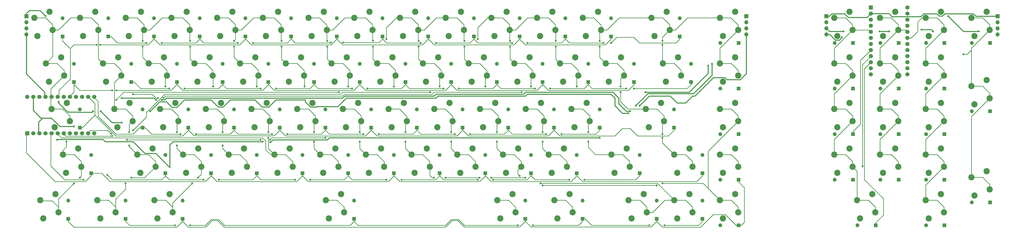
<source format=gbr>
G04 #@! TF.GenerationSoftware,KiCad,Pcbnew,(5.1.4)-1*
G04 #@! TF.CreationDate,2021-01-04T02:25:34-06:00*
G04 #@! TF.ProjectId,65Numpad,36354e75-6d70-4616-942e-6b696361645f,rev?*
G04 #@! TF.SameCoordinates,Original*
G04 #@! TF.FileFunction,Copper,L1,Top*
G04 #@! TF.FilePolarity,Positive*
%FSLAX46Y46*%
G04 Gerber Fmt 4.6, Leading zero omitted, Abs format (unit mm)*
G04 Created by KiCad (PCBNEW (5.1.4)-1) date 2021-01-04 02:25:34*
%MOMM*%
%LPD*%
G04 APERTURE LIST*
%ADD10C,2.600000*%
%ADD11R,1.700000X1.700000*%
%ADD12O,1.700000X1.700000*%
%ADD13C,1.752600*%
%ADD14R,1.752600X1.752600*%
%ADD15R,1.600000X1.600000*%
%ADD16O,1.600000X1.600000*%
%ADD17C,0.800000*%
%ADD18C,0.254000*%
%ADD19C,0.381000*%
G04 APERTURE END LIST*
D10*
X54133750Y-94297500D03*
X60483750Y-91757500D03*
X61753750Y-99377500D03*
X55403750Y-101917500D03*
X373221250Y-56197500D03*
X379571250Y-53657500D03*
X380841250Y-61277500D03*
X374491250Y-63817500D03*
D11*
X331787500Y-55562500D03*
D12*
X331787500Y-58102500D03*
X331787500Y-60642500D03*
X331787500Y-63182500D03*
D11*
X-1587500Y-55562500D03*
D12*
X-1587500Y-58102500D03*
X-1587500Y-60642500D03*
X-1587500Y-63182500D03*
D10*
X399891250Y-127952500D03*
X393541250Y-130492500D03*
X398621250Y-120332500D03*
X392271250Y-122872500D03*
X399891250Y-89852500D03*
X393541250Y-92392500D03*
X398621250Y-82232500D03*
X392271250Y-84772500D03*
X398621250Y-82232500D03*
X392271250Y-84772500D03*
X399891250Y-89852500D03*
X393541250Y-92392500D03*
X20796250Y-56197500D03*
X27146250Y-53657500D03*
X28416250Y-61277500D03*
X22066250Y-63817500D03*
X344646250Y-132397500D03*
X350996250Y-129857500D03*
X345916250Y-140017500D03*
X352266250Y-137477500D03*
X354171250Y-113347500D03*
X360521250Y-110807500D03*
X361791250Y-118427500D03*
X355441250Y-120967500D03*
X373221250Y-113347500D03*
X379571250Y-110807500D03*
X380841250Y-118427500D03*
X374491250Y-120967500D03*
X354171250Y-56197500D03*
X360521250Y-53657500D03*
X361791250Y-61277500D03*
X355441250Y-63817500D03*
X373221250Y-94297500D03*
X379571250Y-91757500D03*
X380841250Y-99377500D03*
X374491250Y-101917500D03*
X335121250Y-75247500D03*
X341471250Y-72707500D03*
X342741250Y-80327500D03*
X336391250Y-82867500D03*
D11*
X403225000Y-55562500D03*
D12*
X403225000Y-58102500D03*
X403225000Y-60642500D03*
X403225000Y-63182500D03*
D10*
X335121250Y-113347500D03*
X341471250Y-110807500D03*
X342741250Y-118427500D03*
X336391250Y-120967500D03*
D13*
X365601250Y-51911250D03*
X350361250Y-79851250D03*
X365601250Y-54451250D03*
X365601250Y-56991250D03*
X365601250Y-59531250D03*
X365601250Y-62071250D03*
X365601250Y-64611250D03*
X365601250Y-67151250D03*
X365601250Y-69691250D03*
X365601250Y-72231250D03*
X365601250Y-74771250D03*
X365601250Y-77311250D03*
X365601250Y-79851250D03*
X350361250Y-77311250D03*
X350361250Y-74771250D03*
X350361250Y-72231250D03*
X350361250Y-69691250D03*
X350361250Y-67151250D03*
X350361250Y-64611250D03*
X350361250Y-62071250D03*
X350361250Y-59531250D03*
X350361250Y-56991250D03*
X350361250Y-54451250D03*
D14*
X350361250Y-51911250D03*
D10*
X335121250Y-56197500D03*
X341471250Y-53657500D03*
X342741250Y-61277500D03*
X336391250Y-63817500D03*
X373221250Y-75247500D03*
X379571250Y-72707500D03*
X380841250Y-80327500D03*
X374491250Y-82867500D03*
X392271250Y-56197500D03*
X398621250Y-53657500D03*
X399891250Y-61277500D03*
X393541250Y-63817500D03*
X335121250Y-94297500D03*
X341471250Y-91757500D03*
X342741250Y-99377500D03*
X336391250Y-101917500D03*
X354171250Y-94297500D03*
X360521250Y-91757500D03*
X361791250Y-99377500D03*
X355441250Y-101917500D03*
X354171250Y-75247500D03*
X360521250Y-72707500D03*
X361791250Y-80327500D03*
X355441250Y-82867500D03*
X373221250Y-132397500D03*
X379571250Y-129857500D03*
X380841250Y-137477500D03*
X374491250Y-140017500D03*
D15*
X400050000Y-133350000D03*
D16*
X392430000Y-133350000D03*
D15*
X381000000Y-142875000D03*
D16*
X373380000Y-142875000D03*
D15*
X352425000Y-142875000D03*
D16*
X344805000Y-142875000D03*
D15*
X381000000Y-123825000D03*
D16*
X373380000Y-123825000D03*
D15*
X361950000Y-123825000D03*
D16*
X354330000Y-123825000D03*
D15*
X342900000Y-123825000D03*
D16*
X335280000Y-123825000D03*
D15*
X400050000Y-95250000D03*
D16*
X392430000Y-95250000D03*
D15*
X381000000Y-104775000D03*
D16*
X373380000Y-104775000D03*
D15*
X361950000Y-104775000D03*
D16*
X354330000Y-104775000D03*
D15*
X342900000Y-104775000D03*
D16*
X335280000Y-104775000D03*
D15*
X381000000Y-85725000D03*
D16*
X373380000Y-85725000D03*
D15*
X361950000Y-85725000D03*
D16*
X354330000Y-85725000D03*
D15*
X342900000Y-85725000D03*
D16*
X335280000Y-85725000D03*
D15*
X400050000Y-66675000D03*
D16*
X392430000Y-66675000D03*
D15*
X381000000Y-66675000D03*
D16*
X373380000Y-66675000D03*
D15*
X361950000Y-66675000D03*
D16*
X354330000Y-66675000D03*
D15*
X342900000Y-66675000D03*
D16*
X335280000Y-66675000D03*
D10*
X225583750Y-94297500D03*
X231933750Y-91757500D03*
X233203750Y-99377500D03*
X226853750Y-101917500D03*
X120808750Y-113347500D03*
X127158750Y-110807500D03*
X128428750Y-118427500D03*
X122078750Y-120967500D03*
X216058750Y-113347500D03*
X222408750Y-110807500D03*
X223678750Y-118427500D03*
X217328750Y-120967500D03*
X187483750Y-94297500D03*
X193833750Y-91757500D03*
X195103750Y-99377500D03*
X188753750Y-101917500D03*
X111283750Y-94297500D03*
X117633750Y-91757500D03*
X118903750Y-99377500D03*
X112553750Y-101917500D03*
X4127500Y-132397500D03*
X10477500Y-129857500D03*
X5397500Y-140017500D03*
X11747500Y-137477500D03*
X20002500Y-110807500D03*
X13652500Y-113347500D03*
X14922500Y-120967500D03*
X21272500Y-118427500D03*
X82708750Y-113347500D03*
X89058750Y-110807500D03*
X90328750Y-118427500D03*
X83978750Y-120967500D03*
X242252500Y-113347500D03*
X248602500Y-110807500D03*
X243522500Y-120967500D03*
X249872500Y-118427500D03*
X139858750Y-113347500D03*
X146208750Y-110807500D03*
X147478750Y-118427500D03*
X141128750Y-120967500D03*
X239871250Y-75247500D03*
X246221250Y-72707500D03*
X247491250Y-80327500D03*
X241141250Y-82867500D03*
X49371250Y-75247500D03*
X55721250Y-72707500D03*
X56991250Y-80327500D03*
X50641250Y-82867500D03*
X6508750Y-75247500D03*
X12858750Y-72707500D03*
X7778750Y-82867500D03*
X14128750Y-80327500D03*
X154146250Y-56197500D03*
X160496250Y-53657500D03*
X161766250Y-61277500D03*
X155416250Y-63817500D03*
X192246250Y-56197500D03*
X198596250Y-53657500D03*
X199866250Y-61277500D03*
X193516250Y-63817500D03*
X44608750Y-113347500D03*
X50958750Y-110807500D03*
X52228750Y-118427500D03*
X45878750Y-120967500D03*
X125571250Y-75247500D03*
X131921250Y-72707500D03*
X133191250Y-80327500D03*
X126841250Y-82867500D03*
X63658750Y-113347500D03*
X70008750Y-110807500D03*
X71278750Y-118427500D03*
X64928750Y-120967500D03*
X27940000Y-132397500D03*
X34290000Y-129857500D03*
X29210000Y-140017500D03*
X35560000Y-137477500D03*
X101758750Y-113347500D03*
X108108750Y-110807500D03*
X109378750Y-118427500D03*
X103028750Y-120967500D03*
X268446250Y-113347500D03*
X274796250Y-110807500D03*
X276066250Y-118427500D03*
X269716250Y-120967500D03*
X144621250Y-75247500D03*
X150971250Y-72707500D03*
X152241250Y-80327500D03*
X145891250Y-82867500D03*
X39846250Y-56197500D03*
X46196250Y-53657500D03*
X47466250Y-61277500D03*
X41116250Y-63817500D03*
X58896250Y-56197500D03*
X65246250Y-53657500D03*
X66516250Y-61277500D03*
X60166250Y-63817500D03*
X106521250Y-75247500D03*
X112871250Y-72707500D03*
X114141250Y-80327500D03*
X107791250Y-82867500D03*
X123190000Y-132397500D03*
X129540000Y-129857500D03*
X124460000Y-140017500D03*
X130810000Y-137477500D03*
X116046250Y-56197500D03*
X122396250Y-53657500D03*
X123666250Y-61277500D03*
X117316250Y-63817500D03*
X135096250Y-56197500D03*
X141446250Y-53657500D03*
X142716250Y-61277500D03*
X136366250Y-63817500D03*
X206533750Y-94297500D03*
X212883750Y-91757500D03*
X214153750Y-99377500D03*
X207803750Y-101917500D03*
X287496250Y-132397500D03*
X293846250Y-129857500D03*
X295116250Y-137477500D03*
X288766250Y-140017500D03*
X87471250Y-75247500D03*
X93821250Y-72707500D03*
X95091250Y-80327500D03*
X88741250Y-82867500D03*
X30321250Y-75247500D03*
X36671250Y-72707500D03*
X37941250Y-80327500D03*
X31591250Y-82867500D03*
X287496250Y-94297500D03*
X293846250Y-91757500D03*
X295116250Y-99377500D03*
X288766250Y-101917500D03*
X287496250Y-113347500D03*
X293846250Y-110807500D03*
X295116250Y-118427500D03*
X288766250Y-120967500D03*
X197008750Y-113347500D03*
X203358750Y-110807500D03*
X204628750Y-118427500D03*
X198278750Y-120967500D03*
X201771250Y-75247500D03*
X208121250Y-72707500D03*
X209391250Y-80327500D03*
X203041250Y-82867500D03*
X182721250Y-75247500D03*
X189071250Y-72707500D03*
X190341250Y-80327500D03*
X183991250Y-82867500D03*
X173196250Y-56197500D03*
X179546250Y-53657500D03*
X180816250Y-61277500D03*
X174466250Y-63817500D03*
X211296250Y-56197500D03*
X217646250Y-53657500D03*
X218916250Y-61277500D03*
X212566250Y-63817500D03*
X158908750Y-113347500D03*
X165258750Y-110807500D03*
X166528750Y-118427500D03*
X160178750Y-120967500D03*
X249396250Y-132397500D03*
X255746250Y-129857500D03*
X257016250Y-137477500D03*
X250666250Y-140017500D03*
X220821250Y-75247500D03*
X227171250Y-72707500D03*
X228441250Y-80327500D03*
X222091250Y-82867500D03*
X168433750Y-94297500D03*
X174783750Y-91757500D03*
X176053750Y-99377500D03*
X169703750Y-101917500D03*
X149383750Y-94297500D03*
X155733750Y-91757500D03*
X157003750Y-99377500D03*
X150653750Y-101917500D03*
X163671250Y-75247500D03*
X170021250Y-72707500D03*
X171291250Y-80327500D03*
X164941250Y-82867500D03*
X287496250Y-75247500D03*
X293846250Y-72707500D03*
X295116250Y-80327500D03*
X288766250Y-82867500D03*
X130333750Y-94297500D03*
X136683750Y-91757500D03*
X137953750Y-99377500D03*
X131603750Y-101917500D03*
X77946250Y-56197500D03*
X84296250Y-53657500D03*
X85566250Y-61277500D03*
X79216250Y-63817500D03*
X218440000Y-132397500D03*
X224790000Y-129857500D03*
X219710000Y-140017500D03*
X226060000Y-137477500D03*
X96996250Y-56197500D03*
X103346250Y-53657500D03*
X104616250Y-61277500D03*
X98266250Y-63817500D03*
X92233750Y-94297500D03*
X98583750Y-91757500D03*
X99853750Y-99377500D03*
X93503750Y-101917500D03*
X1746250Y-56197500D03*
X8096250Y-53657500D03*
X9366250Y-61277500D03*
X3016250Y-63817500D03*
X230346250Y-56197500D03*
X236696250Y-53657500D03*
X237966250Y-61277500D03*
X231616250Y-63817500D03*
X262890000Y-91757500D03*
X256540000Y-94297500D03*
X257810000Y-101917500D03*
X264160000Y-99377500D03*
X68421250Y-75247500D03*
X74771250Y-72707500D03*
X76041250Y-80327500D03*
X69691250Y-82867500D03*
X268446250Y-132397500D03*
X274796250Y-129857500D03*
X276066250Y-137477500D03*
X269716250Y-140017500D03*
X287496250Y-56197500D03*
X293846250Y-53657500D03*
X295116250Y-61277500D03*
X288766250Y-63817500D03*
X73183750Y-94297500D03*
X79533750Y-91757500D03*
X80803750Y-99377500D03*
X74453750Y-101917500D03*
X177958750Y-113347500D03*
X184308750Y-110807500D03*
X185578750Y-118427500D03*
X179228750Y-120967500D03*
X8890000Y-94297500D03*
X15240000Y-91757500D03*
X10160000Y-101917500D03*
X16510000Y-99377500D03*
X258921250Y-56197500D03*
X265271250Y-53657500D03*
X260191250Y-63817500D03*
X266541250Y-61277500D03*
X263683750Y-75247500D03*
X270033750Y-72707500D03*
X264953750Y-82867500D03*
X271303750Y-80327500D03*
X194627500Y-132397500D03*
X200977500Y-129857500D03*
X195897500Y-140017500D03*
X202247500Y-137477500D03*
X51752500Y-132397500D03*
X58102500Y-129857500D03*
X53022500Y-140017500D03*
X59372500Y-137477500D03*
X35083750Y-94297500D03*
X41433750Y-91757500D03*
X42703750Y-99377500D03*
X36353750Y-101917500D03*
D15*
X295275000Y-123825000D03*
D16*
X287655000Y-123825000D03*
D15*
X295275000Y-104775000D03*
D16*
X287655000Y-104775000D03*
D15*
X295275000Y-142875000D03*
D16*
X287655000Y-142875000D03*
D15*
X280193750Y-140176250D03*
D16*
X280193750Y-132556250D03*
D15*
X261143750Y-140176250D03*
D16*
X261143750Y-132556250D03*
D15*
X230187500Y-140176250D03*
D16*
X230187500Y-132556250D03*
D15*
X206375000Y-140176250D03*
D16*
X206375000Y-132556250D03*
D15*
X134937500Y-140176250D03*
D16*
X134937500Y-132556250D03*
D15*
X63500000Y-140176250D03*
D16*
X63500000Y-132556250D03*
D15*
X39687500Y-140176250D03*
D16*
X39687500Y-132556250D03*
D15*
X15875000Y-140176250D03*
D16*
X15875000Y-132556250D03*
D15*
X295275000Y-85725000D03*
D16*
X287655000Y-85725000D03*
D15*
X280193750Y-121126250D03*
D16*
X280193750Y-113506250D03*
D15*
X254000000Y-121126250D03*
D16*
X254000000Y-113506250D03*
D15*
X227806250Y-121126250D03*
D16*
X227806250Y-113506250D03*
D15*
X208756250Y-121126250D03*
D16*
X208756250Y-113506250D03*
D15*
X189706250Y-121126250D03*
D16*
X189706250Y-113506250D03*
D15*
X170656250Y-121126250D03*
D16*
X170656250Y-113506250D03*
D15*
X151606250Y-121126250D03*
D16*
X151606250Y-113506250D03*
D15*
X132556250Y-121126250D03*
D16*
X132556250Y-113506250D03*
D15*
X113506250Y-121126250D03*
D16*
X113506250Y-113506250D03*
D15*
X94456250Y-121126250D03*
D16*
X94456250Y-113506250D03*
D15*
X75406250Y-121126250D03*
D16*
X75406250Y-113506250D03*
D15*
X56356250Y-121126250D03*
D16*
X56356250Y-113506250D03*
D15*
X25400000Y-121126250D03*
D16*
X25400000Y-113506250D03*
D15*
X295275000Y-66675000D03*
D16*
X287655000Y-66675000D03*
D15*
X268287500Y-102076250D03*
D16*
X268287500Y-94456250D03*
D15*
X237331250Y-102076250D03*
D16*
X237331250Y-94456250D03*
D15*
X218281250Y-102076250D03*
D16*
X218281250Y-94456250D03*
D15*
X199231250Y-102076250D03*
D16*
X199231250Y-94456250D03*
D15*
X180181250Y-102076250D03*
D16*
X180181250Y-94456250D03*
D15*
X161131250Y-102076250D03*
D16*
X161131250Y-94456250D03*
D15*
X142081250Y-102076250D03*
D16*
X142081250Y-94456250D03*
D15*
X123031250Y-102076250D03*
D16*
X123031250Y-94456250D03*
D15*
X103981250Y-102076250D03*
D16*
X103981250Y-94456250D03*
D15*
X84931250Y-102076250D03*
D16*
X84931250Y-94456250D03*
D15*
X65881250Y-102076250D03*
D16*
X65881250Y-94456250D03*
D15*
X46831250Y-102076250D03*
D16*
X46831250Y-94456250D03*
D15*
X20637500Y-102076250D03*
D16*
X20637500Y-94456250D03*
D15*
X275431250Y-83026250D03*
D16*
X275431250Y-75406250D03*
D15*
X251618750Y-83026250D03*
D16*
X251618750Y-75406250D03*
D15*
X232568750Y-83026250D03*
D16*
X232568750Y-75406250D03*
D15*
X213518750Y-83026250D03*
D16*
X213518750Y-75406250D03*
D15*
X194468750Y-83026250D03*
D16*
X194468750Y-75406250D03*
D15*
X175418750Y-83026250D03*
D16*
X175418750Y-75406250D03*
D15*
X156368750Y-83026250D03*
D16*
X156368750Y-75406250D03*
D15*
X137318750Y-83026250D03*
D16*
X137318750Y-75406250D03*
D15*
X118268750Y-83026250D03*
D16*
X118268750Y-75406250D03*
D15*
X99218750Y-83026250D03*
D16*
X99218750Y-75406250D03*
D15*
X80168750Y-83026250D03*
D16*
X80168750Y-75406250D03*
D15*
X61118750Y-83026250D03*
D16*
X61118750Y-75406250D03*
D15*
X42068750Y-83026250D03*
D16*
X42068750Y-75406250D03*
D15*
X18256250Y-83026250D03*
D16*
X18256250Y-75406250D03*
D15*
X270668750Y-63976250D03*
D16*
X270668750Y-56356250D03*
D15*
X242093750Y-63976250D03*
D16*
X242093750Y-56356250D03*
D15*
X223043750Y-63976250D03*
D16*
X223043750Y-56356250D03*
D15*
X203993750Y-63976250D03*
D16*
X203993750Y-56356250D03*
D15*
X184943750Y-63976250D03*
D16*
X184943750Y-56356250D03*
D15*
X165893750Y-63976250D03*
D16*
X165893750Y-56356250D03*
D15*
X146843750Y-63976250D03*
D16*
X146843750Y-56356250D03*
D15*
X127793750Y-63976250D03*
D16*
X127793750Y-56356250D03*
D15*
X108743750Y-63976250D03*
D16*
X108743750Y-56356250D03*
D15*
X89693750Y-63976250D03*
D16*
X89693750Y-56356250D03*
D15*
X70643750Y-63976250D03*
D16*
X70643750Y-56356250D03*
D15*
X51593750Y-63976250D03*
D16*
X51593750Y-56356250D03*
D15*
X32543750Y-63976250D03*
D16*
X32543750Y-56356250D03*
D15*
X13493750Y-63976250D03*
D16*
X13493750Y-56356250D03*
D13*
X-1270000Y-89217500D03*
X26670000Y-104457500D03*
X1270000Y-89217500D03*
X3810000Y-89217500D03*
X6350000Y-89217500D03*
X8890000Y-89217500D03*
X11430000Y-89217500D03*
X13970000Y-89217500D03*
X16510000Y-89217500D03*
X19050000Y-89217500D03*
X21590000Y-89217500D03*
X24130000Y-89217500D03*
X26670000Y-89217500D03*
X24130000Y-104457500D03*
X21590000Y-104457500D03*
X19050000Y-104457500D03*
X16510000Y-104457500D03*
X13970000Y-104457500D03*
X11430000Y-104457500D03*
X8890000Y-104457500D03*
X6350000Y-104457500D03*
X3810000Y-104457500D03*
X1270000Y-104457500D03*
D14*
X-1270000Y-104457500D03*
D11*
X298450000Y-55562500D03*
D12*
X298450000Y-58102500D03*
X298450000Y-60642500D03*
X298450000Y-63182500D03*
D17*
X41275000Y-103981250D03*
X20637500Y-123031250D03*
X18256250Y-125412500D03*
X42068750Y-123031250D03*
X39687500Y-125412500D03*
X41275000Y-109537500D03*
X15081250Y-107950000D03*
X46831250Y-68262500D03*
X46831250Y-65881250D03*
X76200000Y-84931250D03*
X66675000Y-65881250D03*
X66675000Y-68262500D03*
X56356250Y-84931250D03*
X61118750Y-103981250D03*
X80168750Y-103981250D03*
X69850000Y-123031250D03*
X67468750Y-125412500D03*
X80168750Y-109537500D03*
X61118750Y-109537500D03*
X94456250Y-84931250D03*
X84931250Y-65881250D03*
X84931250Y-68262500D03*
X104775000Y-65881250D03*
X104775000Y-68262500D03*
X114300000Y-84931250D03*
X99218750Y-106362500D03*
X99218750Y-103981250D03*
X118268750Y-103981250D03*
X118268750Y-107950000D03*
X200025000Y-65881250D03*
X200025000Y-68262500D03*
X219075000Y-68262500D03*
X219075000Y-65881250D03*
X208756250Y-84931250D03*
X227806250Y-84931250D03*
X213518750Y-103981250D03*
X232568750Y-103981250D03*
X186531250Y-65087500D03*
X166687500Y-87312500D03*
X42862500Y-103187500D03*
X33725728Y-104654663D03*
X232568750Y-107950000D03*
X213518750Y-107950000D03*
X237331250Y-68262500D03*
X237331250Y-65881250D03*
X263525000Y-65881250D03*
X263525000Y-67468750D03*
X246062500Y-87312500D03*
X246062500Y-84931250D03*
X263525000Y-106362500D03*
X263525000Y-104775000D03*
X42862500Y-88106250D03*
X204787500Y-87312500D03*
X55562500Y-89693750D03*
X53181250Y-89693750D03*
X161925000Y-65881250D03*
X161925000Y-68262500D03*
X180975000Y-65881250D03*
X180975000Y-68262500D03*
X170656250Y-84931250D03*
X189706250Y-84931250D03*
X175418750Y-103981250D03*
X194468750Y-103981250D03*
X263525000Y-125412500D03*
X261143750Y-126206250D03*
X213518750Y-126206250D03*
X203993750Y-122237500D03*
X148431250Y-65087500D03*
X128587500Y-87312500D03*
X35810750Y-90487500D03*
X194468750Y-107950000D03*
X175418750Y-107950000D03*
X123825000Y-65881250D03*
X123825000Y-68262500D03*
X142875000Y-65802183D03*
X142875000Y-68262500D03*
X132556250Y-84931250D03*
X151606250Y-84931250D03*
X137318750Y-103981250D03*
X156368750Y-103981250D03*
X34131250Y-105568750D03*
X40274997Y-107156250D03*
X123031250Y-106362500D03*
X100012500Y-107156250D03*
X96043750Y-107156250D03*
X212725000Y-125412500D03*
X206375000Y-123031250D03*
X192087500Y-123031250D03*
X187325000Y-123031250D03*
X173037500Y-123031250D03*
X168275000Y-123031250D03*
X156368750Y-107950000D03*
X137318750Y-107950000D03*
X388937500Y-71437500D03*
X256381250Y-87312500D03*
X237331250Y-106362500D03*
X100012500Y-108156253D03*
X96837500Y-107950000D03*
X11204500Y-107156250D03*
X6350000Y-55470500D03*
X282575000Y-76200000D03*
X252412500Y-92868750D03*
X250031250Y-95250000D03*
X54768750Y-90487500D03*
X52387500Y-90487500D03*
X38100000Y-89693750D03*
X18256250Y-101600000D03*
X284162500Y-75406250D03*
X338931250Y-61912500D03*
X395287500Y-61912500D03*
X382587500Y-55562500D03*
X254000000Y-92868750D03*
X249237500Y-96043750D03*
X50006250Y-95250000D03*
X38100000Y-100012500D03*
X29368750Y-95250000D03*
X26193750Y-95250000D03*
X11906250Y-91281250D03*
X338224303Y-64317423D03*
X354012500Y-61912500D03*
X357981250Y-61912500D03*
X376237500Y-61912500D03*
X371475000Y-61118750D03*
X60325000Y-142875000D03*
X66675000Y-142875000D03*
X203200000Y-142875000D03*
X209550000Y-142875000D03*
X257968750Y-142875000D03*
X264318750Y-142875000D03*
X22225000Y-123825000D03*
X72231250Y-123825000D03*
X78581250Y-123825000D03*
X110331250Y-123825000D03*
X116681250Y-123825000D03*
X148431250Y-123825000D03*
X154781250Y-123825000D03*
X186531250Y-123825000D03*
X192881250Y-123825000D03*
X224631250Y-123825000D03*
X230981250Y-123825000D03*
X32127849Y-121821599D03*
X62706250Y-104775000D03*
X69056250Y-104775000D03*
X100806250Y-104775000D03*
X107156250Y-104775000D03*
X138906250Y-104775000D03*
X145256250Y-104775000D03*
X177006250Y-104775000D03*
X183356250Y-104775000D03*
X215106250Y-104775000D03*
X221456250Y-104775000D03*
X57943750Y-85725000D03*
X64293750Y-85725000D03*
X96043750Y-85725000D03*
X102393750Y-85725000D03*
X134143750Y-85725000D03*
X140493750Y-85725000D03*
X172243750Y-85725000D03*
X178593750Y-85725000D03*
X210343750Y-85725000D03*
X216693750Y-85725000D03*
X248443750Y-85725000D03*
X251618750Y-85725000D03*
X346868750Y-118268750D03*
X35810750Y-86518750D03*
X34131250Y-86518750D03*
X48418750Y-66675000D03*
X54768750Y-66675000D03*
X125295308Y-66557808D03*
X130320817Y-66529183D03*
X86518750Y-66675000D03*
X92868750Y-66675000D03*
X162718750Y-66675000D03*
X169068750Y-66675000D03*
X200818750Y-66675000D03*
X207168750Y-66675000D03*
X238918750Y-66675000D03*
X242093750Y-66675000D03*
X27689250Y-67468750D03*
X29143250Y-67468750D03*
D18*
X8099740Y-75247500D02*
X6508750Y-75247500D01*
X11213684Y-75247500D02*
X8099740Y-75247500D01*
X14128750Y-78162566D02*
X11213684Y-75247500D01*
X14128750Y-80327500D02*
X14128750Y-78162566D01*
X9366250Y-72390000D02*
X9366250Y-61277500D01*
X6508750Y-75247500D02*
X9366250Y-72390000D01*
X3337240Y-56197500D02*
X1746250Y-56197500D01*
X6460212Y-56197500D02*
X3337240Y-56197500D01*
X9366250Y-59103538D02*
X6460212Y-56197500D01*
X9366250Y-61277500D02*
X9366250Y-59103538D01*
X16510000Y-97539023D02*
X16510000Y-99377500D01*
X16510000Y-97212566D02*
X16510000Y-97539023D01*
X13594934Y-94297500D02*
X16510000Y-97212566D01*
X8890000Y-94297500D02*
X13594934Y-94297500D01*
X21272500Y-116589023D02*
X21272500Y-118427500D01*
X21272500Y-116262566D02*
X21272500Y-116589023D01*
X18357434Y-113347500D02*
X21272500Y-116262566D01*
X13652500Y-113347500D02*
X18357434Y-113347500D01*
X11747500Y-135639023D02*
X11747500Y-137477500D01*
X11747500Y-135312566D02*
X11747500Y-135639023D01*
X9051533Y-132616599D02*
X11747500Y-135312566D01*
X4346599Y-132616599D02*
X9051533Y-132616599D01*
X4127500Y-132397500D02*
X4346599Y-132616599D01*
X35560000Y-135639023D02*
X35560000Y-137477500D01*
X35560000Y-135312566D02*
X35560000Y-135639023D01*
X32644934Y-132397500D02*
X35560000Y-135312566D01*
X27940000Y-132397500D02*
X32644934Y-132397500D01*
X21272500Y-120265977D02*
X21272500Y-118427500D01*
X11747500Y-137477500D02*
X11747500Y-134428538D01*
X28416250Y-59439023D02*
X28416250Y-61277500D01*
X28416250Y-59103538D02*
X28416250Y-59439023D01*
X25510212Y-56197500D02*
X28416250Y-59103538D01*
X20796250Y-56197500D02*
X25510212Y-56197500D01*
X28416250Y-73342500D02*
X30321250Y-75247500D01*
X28416250Y-61277500D02*
X28416250Y-73342500D01*
X37941250Y-78489023D02*
X37941250Y-80327500D01*
X37941250Y-78153538D02*
X37941250Y-78489023D01*
X35035212Y-75247500D02*
X37941250Y-78153538D01*
X30321250Y-75247500D02*
X35035212Y-75247500D01*
X42703750Y-97539023D02*
X42703750Y-99377500D01*
X42703750Y-97203538D02*
X42703750Y-97539023D01*
X39797712Y-94297500D02*
X42703750Y-97203538D01*
X35083750Y-94297500D02*
X39797712Y-94297500D01*
X52228750Y-116589023D02*
X52228750Y-118427500D01*
X52228750Y-116253538D02*
X52228750Y-116589023D01*
X49322712Y-113347500D02*
X52228750Y-116253538D01*
X44608750Y-113347500D02*
X49322712Y-113347500D01*
X35083750Y-83185000D02*
X35083750Y-94297500D01*
X37941250Y-80327500D02*
X35083750Y-83185000D01*
X9366250Y-61277500D02*
X11747500Y-61277500D01*
X16827500Y-56197500D02*
X20796250Y-56197500D01*
X11747500Y-61277500D02*
X16827500Y-56197500D01*
X52228750Y-118427500D02*
X48061749Y-122594501D01*
X35560000Y-131921250D02*
X35560000Y-137477500D01*
X41275000Y-100806250D02*
X42703750Y-99377500D01*
X41275000Y-103981250D02*
X41275000Y-100806250D01*
X21272500Y-120265977D02*
X21272500Y-122396250D01*
X21272500Y-122396250D02*
X20637500Y-123031250D01*
X11747500Y-131921250D02*
X11747500Y-134428538D01*
X18256250Y-125412500D02*
X11747500Y-131921250D01*
X48061749Y-122594501D02*
X47625000Y-123031250D01*
X47625000Y-123031250D02*
X42068750Y-123031250D01*
X39687500Y-127793750D02*
X35560000Y-131921250D01*
X39687500Y-125412500D02*
X39687500Y-127793750D01*
X41344315Y-110172500D02*
X41433750Y-110172500D01*
X41275000Y-110103185D02*
X41344315Y-110172500D01*
X41275000Y-109537500D02*
X41275000Y-110103185D01*
X41275000Y-110013750D02*
X41433750Y-110172500D01*
X41433750Y-110172500D02*
X44608750Y-113347500D01*
X13652500Y-111525616D02*
X13652500Y-113347500D01*
X14964058Y-110214058D02*
X13652500Y-111525616D01*
X14964058Y-110214058D02*
X14964058Y-108067192D01*
X14964058Y-108067192D02*
X15081250Y-107950000D01*
X8572500Y-85883750D02*
X8572500Y-89217500D01*
X14128750Y-80327500D02*
X8572500Y-85883750D01*
X8572500Y-93980000D02*
X8890000Y-94297500D01*
X8572500Y-89217500D02*
X8572500Y-93980000D01*
X342741250Y-59439023D02*
X342741250Y-61277500D01*
X342741250Y-59103538D02*
X342741250Y-59439023D01*
X339835212Y-56197500D02*
X342741250Y-59103538D01*
X335121250Y-56197500D02*
X339835212Y-56197500D01*
X342741250Y-78489023D02*
X342741250Y-80327500D01*
X342741250Y-78153538D02*
X342741250Y-78489023D01*
X339835212Y-75247500D02*
X342741250Y-78153538D01*
X335121250Y-75247500D02*
X339835212Y-75247500D01*
X342741250Y-97539023D02*
X342741250Y-99377500D01*
X342741250Y-97203538D02*
X342741250Y-97539023D01*
X339835212Y-94297500D02*
X342741250Y-97203538D01*
X335121250Y-94297500D02*
X339835212Y-94297500D01*
X342741250Y-116589023D02*
X342741250Y-118427500D01*
X342741250Y-116253538D02*
X342741250Y-116589023D01*
X339835212Y-113347500D02*
X342741250Y-116253538D01*
X335121250Y-113347500D02*
X339835212Y-113347500D01*
X352266250Y-135639023D02*
X352266250Y-137477500D01*
X352266250Y-135312566D02*
X352266250Y-135639023D01*
X349351184Y-132397500D02*
X352266250Y-135312566D01*
X344646250Y-132397500D02*
X349351184Y-132397500D01*
X335121250Y-68897500D02*
X335121250Y-75247500D01*
X342741250Y-61277500D02*
X335121250Y-68897500D01*
X335121250Y-87947500D02*
X335121250Y-94297500D01*
X342741250Y-80327500D02*
X335121250Y-87947500D01*
X335121250Y-106997500D02*
X335121250Y-113347500D01*
X342741250Y-99377500D02*
X335121250Y-106997500D01*
X344646250Y-120332500D02*
X344646250Y-132397500D01*
X342741250Y-118427500D02*
X344646250Y-120332500D01*
X349567500Y-61277500D02*
X350361250Y-62071250D01*
X342741250Y-61277500D02*
X349567500Y-61277500D01*
X56991250Y-78489023D02*
X56991250Y-80327500D01*
X56991250Y-78153538D02*
X56991250Y-78489023D01*
X54085212Y-75247500D02*
X56991250Y-78153538D01*
X49371250Y-75247500D02*
X54085212Y-75247500D01*
X61753750Y-97539023D02*
X61753750Y-99377500D01*
X61753750Y-97203538D02*
X61753750Y-97539023D01*
X58847712Y-94297500D02*
X61753750Y-97203538D01*
X54133750Y-94297500D02*
X58847712Y-94297500D01*
X71278750Y-116589023D02*
X71278750Y-118427500D01*
X71278750Y-116253538D02*
X71278750Y-116589023D01*
X68372712Y-113347500D02*
X71278750Y-116253538D01*
X63658750Y-113347500D02*
X68372712Y-113347500D01*
X59372500Y-135639023D02*
X59372500Y-137477500D01*
X59372500Y-135312566D02*
X59372500Y-135639023D01*
X56457434Y-132397500D02*
X59372500Y-135312566D01*
X51752500Y-132397500D02*
X56457434Y-132397500D01*
X90328750Y-116589023D02*
X90328750Y-118427500D01*
X90328750Y-116253538D02*
X90328750Y-116589023D01*
X87422712Y-113347500D02*
X90328750Y-116253538D01*
X82708750Y-113347500D02*
X87422712Y-113347500D01*
X130810000Y-135639023D02*
X130810000Y-137477500D01*
X130810000Y-135312566D02*
X130810000Y-135639023D01*
X127894934Y-132397500D02*
X130810000Y-135312566D01*
X123190000Y-132397500D02*
X127894934Y-132397500D01*
X71278750Y-120808750D02*
X71278750Y-118427500D01*
X80803750Y-97539023D02*
X80803750Y-99377500D01*
X80803750Y-97203538D02*
X80803750Y-97539023D01*
X77897712Y-94297500D02*
X80803750Y-97203538D01*
X73183750Y-94297500D02*
X77897712Y-94297500D01*
X76041250Y-78489023D02*
X76041250Y-80327500D01*
X76041250Y-78153538D02*
X76041250Y-78489023D01*
X73135212Y-75247500D02*
X76041250Y-78153538D01*
X68421250Y-75247500D02*
X73135212Y-75247500D01*
X66516250Y-59439023D02*
X66516250Y-61277500D01*
X66516250Y-59103538D02*
X66516250Y-59439023D01*
X63610212Y-56197500D02*
X66516250Y-59103538D01*
X58896250Y-56197500D02*
X63610212Y-56197500D01*
X47466250Y-59439023D02*
X47466250Y-61277500D01*
X47466250Y-59103538D02*
X47466250Y-59439023D01*
X44560212Y-56197500D02*
X47466250Y-59103538D01*
X39846250Y-56197500D02*
X44560212Y-56197500D01*
X47466250Y-61277500D02*
X49847500Y-61277500D01*
X54927500Y-56197500D02*
X58896250Y-56197500D01*
X49847500Y-61277500D02*
X54927500Y-56197500D01*
X49371250Y-75247500D02*
X46831250Y-72707500D01*
X46831250Y-72707500D02*
X46831250Y-68262500D01*
X46831250Y-61912500D02*
X47466250Y-61277500D01*
X46831250Y-65881250D02*
X46831250Y-61912500D01*
X76200000Y-80486250D02*
X76041250Y-80327500D01*
X76200000Y-84931250D02*
X76200000Y-80486250D01*
X66516250Y-61277500D02*
X66516250Y-65722500D01*
X66516250Y-65722500D02*
X66675000Y-65881250D01*
X66675000Y-73501250D02*
X68421250Y-75247500D01*
X66675000Y-68262500D02*
X66675000Y-73501250D01*
X56356250Y-80962500D02*
X56991250Y-80327500D01*
X56356250Y-84931250D02*
X56356250Y-80962500D01*
X61118750Y-100012500D02*
X61753750Y-99377500D01*
X61118750Y-103981250D02*
X61118750Y-100012500D01*
X82708750Y-113347500D02*
X80168750Y-110807500D01*
X80168750Y-110807500D02*
X80168750Y-109537500D01*
X80168750Y-100012500D02*
X80803750Y-99377500D01*
X80168750Y-103981250D02*
X80168750Y-100012500D01*
X90487500Y-118586250D02*
X90328750Y-118427500D01*
X71278750Y-120808750D02*
X71278750Y-121602500D01*
X71278750Y-121602500D02*
X69850000Y-123031250D01*
X59372500Y-133508750D02*
X59372500Y-133985000D01*
X67468750Y-125412500D02*
X59372500Y-133508750D01*
X59372500Y-137477500D02*
X59372500Y-133985000D01*
X61118750Y-110807500D02*
X61277500Y-110966250D01*
X61118750Y-109537500D02*
X61118750Y-110807500D01*
X63658750Y-113347500D02*
X61277500Y-110966250D01*
X361791250Y-116589023D02*
X361791250Y-118427500D01*
X361791250Y-116253538D02*
X361791250Y-116589023D01*
X358885212Y-113347500D02*
X361791250Y-116253538D01*
X354171250Y-113347500D02*
X358885212Y-113347500D01*
X361791250Y-97539023D02*
X361791250Y-99377500D01*
X361791250Y-97203538D02*
X361791250Y-97539023D01*
X358885212Y-94297500D02*
X361791250Y-97203538D01*
X354171250Y-94297500D02*
X358885212Y-94297500D01*
X361791250Y-78489023D02*
X361791250Y-80327500D01*
X361791250Y-78153538D02*
X361791250Y-78489023D01*
X358885212Y-75247500D02*
X361791250Y-78153538D01*
X354171250Y-75247500D02*
X358885212Y-75247500D01*
X361791250Y-59439023D02*
X361791250Y-61277500D01*
X361791250Y-59103538D02*
X361791250Y-59439023D01*
X358885212Y-56197500D02*
X361791250Y-59103538D01*
X354171250Y-56197500D02*
X358885212Y-56197500D01*
X354171250Y-68897500D02*
X354171250Y-75247500D01*
X361791250Y-61277500D02*
X354171250Y-68897500D01*
X354171250Y-87947500D02*
X354171250Y-94297500D01*
X361791250Y-80327500D02*
X354171250Y-87947500D01*
X354171250Y-106997500D02*
X354171250Y-113347500D01*
X361791250Y-99377500D02*
X354171250Y-106997500D01*
X364807500Y-61277500D02*
X365601250Y-62071250D01*
X364807500Y-61277500D02*
X361791250Y-61277500D01*
X85566250Y-59439023D02*
X85566250Y-61277500D01*
X85566250Y-59103538D02*
X85566250Y-59439023D01*
X82660212Y-56197500D02*
X85566250Y-59103538D01*
X77946250Y-56197500D02*
X82660212Y-56197500D01*
X104616250Y-59439023D02*
X104616250Y-61277500D01*
X104616250Y-59103538D02*
X104616250Y-59439023D01*
X101710212Y-56197500D02*
X104616250Y-59103538D01*
X96996250Y-56197500D02*
X101710212Y-56197500D01*
X85566250Y-61277500D02*
X87947500Y-61277500D01*
X93027500Y-56197500D02*
X96996250Y-56197500D01*
X87947500Y-61277500D02*
X93027500Y-56197500D01*
X95091250Y-78489023D02*
X95091250Y-80327500D01*
X95091250Y-78153538D02*
X95091250Y-78489023D01*
X92185212Y-75247500D02*
X95091250Y-78153538D01*
X87471250Y-75247500D02*
X92185212Y-75247500D01*
X114141250Y-78489023D02*
X114141250Y-80327500D01*
X114141250Y-78153538D02*
X114141250Y-78489023D01*
X111235212Y-75247500D02*
X114141250Y-78153538D01*
X106521250Y-75247500D02*
X111235212Y-75247500D01*
X99853750Y-97539023D02*
X99853750Y-99377500D01*
X99853750Y-97203538D02*
X99853750Y-97539023D01*
X96947712Y-94297500D02*
X99853750Y-97203538D01*
X92233750Y-94297500D02*
X96947712Y-94297500D01*
X118903750Y-97539023D02*
X118903750Y-99377500D01*
X118903750Y-97203538D02*
X118903750Y-97539023D01*
X115997712Y-94297500D02*
X118903750Y-97203538D01*
X111283750Y-94297500D02*
X115997712Y-94297500D01*
X94456250Y-80962500D02*
X95091250Y-80327500D01*
X94456250Y-84931250D02*
X94456250Y-80962500D01*
X85566250Y-61277500D02*
X85566250Y-65246250D01*
X85566250Y-65246250D02*
X84931250Y-65881250D01*
X84931250Y-72707500D02*
X87471250Y-75247500D01*
X84931250Y-68262500D02*
X84931250Y-72707500D01*
X104616250Y-61277500D02*
X104616250Y-65722500D01*
X104616250Y-65722500D02*
X104775000Y-65881250D01*
X104775000Y-73501250D02*
X106521250Y-75247500D01*
X104775000Y-68262500D02*
X104775000Y-73501250D01*
X109378750Y-116589023D02*
X109378750Y-118427500D01*
X109378750Y-116253538D02*
X109378750Y-116589023D01*
X106472712Y-113347500D02*
X109378750Y-116253538D01*
X101758750Y-113347500D02*
X106472712Y-113347500D01*
X128428750Y-116589023D02*
X128428750Y-118427500D01*
X128428750Y-116253538D02*
X128428750Y-116589023D01*
X125522712Y-113347500D02*
X128428750Y-116253538D01*
X120808750Y-113347500D02*
X125522712Y-113347500D01*
X202247500Y-135639023D02*
X202247500Y-137477500D01*
X202247500Y-135312566D02*
X202247500Y-135639023D01*
X199332434Y-132397500D02*
X202247500Y-135312566D01*
X194627500Y-132397500D02*
X199332434Y-132397500D01*
X226060000Y-135639023D02*
X226060000Y-137477500D01*
X226060000Y-135312566D02*
X226060000Y-135639023D01*
X223144934Y-132397500D02*
X226060000Y-135312566D01*
X218440000Y-132397500D02*
X223144934Y-132397500D01*
X114300000Y-80486250D02*
X114141250Y-80327500D01*
X114300000Y-84931250D02*
X114300000Y-80486250D01*
X101758750Y-113347500D02*
X99218750Y-110807500D01*
X99218750Y-110807500D02*
X99218750Y-109537500D01*
X99218750Y-100012500D02*
X99853750Y-99377500D01*
X99218750Y-103981250D02*
X99218750Y-100012500D01*
X99218750Y-109537500D02*
X99218750Y-106362500D01*
X120808750Y-113347500D02*
X118268750Y-110807500D01*
X118268750Y-110807500D02*
X118268750Y-109537500D01*
X118268750Y-100012500D02*
X118903750Y-99377500D01*
X118268750Y-103981250D02*
X118268750Y-100012500D01*
X128587500Y-118586250D02*
X128428750Y-118427500D01*
X118268750Y-107950000D02*
X118268750Y-109537500D01*
X13017500Y-106362500D02*
X11112500Y-104457500D01*
X96837500Y-106362500D02*
X13017500Y-106362500D01*
X98185130Y-107710130D02*
X96837500Y-106362500D01*
X98185130Y-111364870D02*
X98185130Y-107710130D01*
X101758750Y-113347500D02*
X100167760Y-113347500D01*
X100167760Y-113347500D02*
X98185130Y-111364870D01*
X380841250Y-59439023D02*
X380841250Y-61277500D01*
X380841250Y-59103538D02*
X380841250Y-59439023D01*
X377935212Y-56197500D02*
X380841250Y-59103538D01*
X373221250Y-56197500D02*
X377935212Y-56197500D01*
X380841250Y-78489023D02*
X380841250Y-80327500D01*
X380841250Y-78153538D02*
X380841250Y-78489023D01*
X377935212Y-75247500D02*
X380841250Y-78153538D01*
X373221250Y-75247500D02*
X377935212Y-75247500D01*
X380841250Y-97539023D02*
X380841250Y-99377500D01*
X380841250Y-97203538D02*
X380841250Y-97539023D01*
X377935212Y-94297500D02*
X380841250Y-97203538D01*
X373221250Y-94297500D02*
X377935212Y-94297500D01*
X380841250Y-116589023D02*
X380841250Y-118427500D01*
X380841250Y-116253538D02*
X380841250Y-116589023D01*
X377935212Y-113347500D02*
X380841250Y-116253538D01*
X373221250Y-113347500D02*
X377935212Y-113347500D01*
X380841250Y-135639023D02*
X380841250Y-137477500D01*
X380841250Y-135303538D02*
X380841250Y-135639023D01*
X377935212Y-132397500D02*
X380841250Y-135303538D01*
X373221250Y-132397500D02*
X377935212Y-132397500D01*
X373221250Y-126047500D02*
X373221250Y-132397500D01*
X380841250Y-118427500D02*
X373221250Y-126047500D01*
X373221250Y-106997500D02*
X373221250Y-113347500D01*
X380841250Y-99377500D02*
X373221250Y-106997500D01*
X373221250Y-87947500D02*
X373221250Y-94297500D01*
X380841250Y-80327500D02*
X373221250Y-87947500D01*
X373221250Y-68897500D02*
X373221250Y-75247500D01*
X380841250Y-61277500D02*
X373221250Y-68897500D01*
X373221250Y-56197500D02*
X371630260Y-56197500D01*
X371630260Y-56197500D02*
X369887500Y-57940260D01*
X365601250Y-64611250D02*
X367188750Y-64611250D01*
X367188750Y-64611250D02*
X369887500Y-61912500D01*
X369887500Y-57940260D02*
X369887500Y-61912500D01*
X199866250Y-59439023D02*
X199866250Y-61277500D01*
X199866250Y-59103538D02*
X199866250Y-59439023D01*
X196960212Y-56197500D02*
X199866250Y-59103538D01*
X192246250Y-56197500D02*
X196960212Y-56197500D01*
X218916250Y-59439023D02*
X218916250Y-61277500D01*
X218916250Y-59103538D02*
X218916250Y-59439023D01*
X216010212Y-56197500D02*
X218916250Y-59103538D01*
X211296250Y-56197500D02*
X216010212Y-56197500D01*
X209391250Y-78489023D02*
X209391250Y-80327500D01*
X209391250Y-78296462D02*
X209391250Y-78489023D01*
X206342288Y-75247500D02*
X209391250Y-78296462D01*
X201771250Y-75247500D02*
X206342288Y-75247500D01*
X228441250Y-78489023D02*
X228441250Y-80327500D01*
X228441250Y-78153538D02*
X228441250Y-78489023D01*
X225535212Y-75247500D02*
X228441250Y-78153538D01*
X220821250Y-75247500D02*
X225535212Y-75247500D01*
X199866250Y-61277500D02*
X199866250Y-65722500D01*
X199866250Y-65722500D02*
X200025000Y-65881250D01*
X200025000Y-73501250D02*
X201771250Y-75247500D01*
X200025000Y-68262500D02*
X200025000Y-73501250D01*
X199866250Y-61277500D02*
X202247500Y-61277500D01*
X207327500Y-56197500D02*
X211296250Y-56197500D01*
X202247500Y-61277500D02*
X207327500Y-56197500D01*
X220821250Y-75247500D02*
X219075000Y-73501250D01*
X219075000Y-73501250D02*
X219075000Y-68262500D01*
X219075000Y-61436250D02*
X218916250Y-61277500D01*
X219075000Y-65881250D02*
X219075000Y-61436250D01*
X295116250Y-116589023D02*
X295116250Y-118427500D01*
X295116250Y-116253538D02*
X295116250Y-116589023D01*
X292210212Y-113347500D02*
X295116250Y-116253538D01*
X287496250Y-113347500D02*
X292210212Y-113347500D01*
X249872500Y-116589023D02*
X249872500Y-118427500D01*
X249872500Y-116262566D02*
X249872500Y-116589023D01*
X246957434Y-113347500D02*
X249872500Y-116262566D01*
X242252500Y-113347500D02*
X246957434Y-113347500D01*
X223678750Y-116589023D02*
X223678750Y-118427500D01*
X223678750Y-116253538D02*
X223678750Y-116589023D01*
X220772712Y-113347500D02*
X223678750Y-116253538D01*
X216058750Y-113347500D02*
X220772712Y-113347500D01*
X214153750Y-97539023D02*
X214153750Y-99377500D01*
X214153750Y-97203538D02*
X214153750Y-97539023D01*
X211247712Y-94297500D02*
X214153750Y-97203538D01*
X206533750Y-94297500D02*
X211247712Y-94297500D01*
X233203750Y-97539023D02*
X233203750Y-99377500D01*
X233203750Y-97203538D02*
X233203750Y-97539023D01*
X230297712Y-94297500D02*
X233203750Y-97203538D01*
X225583750Y-94297500D02*
X230297712Y-94297500D01*
X208756250Y-80962500D02*
X209391250Y-80327500D01*
X208756250Y-84931250D02*
X208756250Y-80962500D01*
X227806250Y-80962500D02*
X228441250Y-80327500D01*
X227806250Y-84931250D02*
X227806250Y-80962500D01*
X216058750Y-113347500D02*
X213518750Y-110807500D01*
X213518750Y-110807500D02*
X213518750Y-110331250D01*
X213518750Y-100012500D02*
X214153750Y-99377500D01*
X213518750Y-103981250D02*
X213518750Y-100012500D01*
X242252500Y-113347500D02*
X235585000Y-113347500D01*
X235585000Y-113347500D02*
X232568750Y-110331250D01*
X232568750Y-100012500D02*
X233203750Y-99377500D01*
X232568750Y-103981250D02*
X232568750Y-100012500D01*
X186531250Y-60321510D02*
X186531250Y-65087500D01*
X192246250Y-56197500D02*
X190655260Y-56197500D01*
X190655260Y-56197500D02*
X186531250Y-60321510D01*
X166687500Y-87312500D02*
X152400000Y-87312500D01*
X152400000Y-87312500D02*
X151888462Y-87312500D01*
X151888462Y-87312500D02*
X133350000Y-87312500D01*
X133350000Y-87312500D02*
X130175000Y-87312500D01*
X130175000Y-87312500D02*
X129381250Y-88106250D01*
X129381250Y-88106250D02*
X115093750Y-88106250D01*
X115093750Y-88106250D02*
X95250000Y-88106250D01*
X56074038Y-88106250D02*
X48418750Y-95761538D01*
X95250000Y-88106250D02*
X56074038Y-88106250D01*
X48418750Y-95761538D02*
X48418750Y-97631250D01*
X48418750Y-97631250D02*
X42862500Y-103187500D01*
X33725728Y-104654663D02*
X32325264Y-103254199D01*
X232568750Y-107950000D02*
X232568750Y-110331250D01*
X213518750Y-107950000D02*
X213518750Y-110331250D01*
X25015801Y-103254199D02*
X23812500Y-104457500D01*
X32325264Y-103254199D02*
X25015801Y-103254199D01*
X237966250Y-59439023D02*
X237966250Y-61277500D01*
X237966250Y-59246462D02*
X237966250Y-59439023D01*
X234917288Y-56197500D02*
X237966250Y-59246462D01*
X230346250Y-56197500D02*
X234917288Y-56197500D01*
X266541250Y-59439023D02*
X266541250Y-61277500D01*
X266541250Y-59112566D02*
X266541250Y-59439023D01*
X263626184Y-56197500D02*
X266541250Y-59112566D01*
X258921250Y-56197500D02*
X263626184Y-56197500D01*
X295116250Y-59439023D02*
X295116250Y-61277500D01*
X295116250Y-59246462D02*
X295116250Y-59439023D01*
X292067288Y-56197500D02*
X295116250Y-59246462D01*
X287496250Y-56197500D02*
X292067288Y-56197500D01*
X247491250Y-78489023D02*
X247491250Y-80327500D01*
X247491250Y-78153538D02*
X247491250Y-78489023D01*
X244585212Y-75247500D02*
X247491250Y-78153538D01*
X239871250Y-75247500D02*
X244585212Y-75247500D01*
X271303750Y-78489023D02*
X271303750Y-80327500D01*
X271303750Y-78162566D02*
X271303750Y-78489023D01*
X268388684Y-75247500D02*
X271303750Y-78162566D01*
X263683750Y-75247500D02*
X268388684Y-75247500D01*
X295116250Y-78489023D02*
X295116250Y-80327500D01*
X295116250Y-78153538D02*
X295116250Y-78489023D01*
X292210212Y-75247500D02*
X295116250Y-78153538D01*
X287496250Y-75247500D02*
X292210212Y-75247500D01*
X237966250Y-61277500D02*
X240347500Y-61277500D01*
X245427500Y-56197500D02*
X258921250Y-56197500D01*
X240347500Y-61277500D02*
X245427500Y-56197500D01*
X266541250Y-61277500D02*
X268922500Y-61277500D01*
X274002500Y-56197500D02*
X287496250Y-56197500D01*
X268922500Y-61277500D02*
X274002500Y-56197500D01*
X239871250Y-75247500D02*
X237331250Y-72707500D01*
X237331250Y-72707500D02*
X237331250Y-68262500D01*
X237331250Y-61912500D02*
X237966250Y-61277500D01*
X237331250Y-65881250D02*
X237331250Y-61912500D01*
X266541250Y-61277500D02*
X263525000Y-64293750D01*
X263525000Y-64293750D02*
X263525000Y-65881250D01*
X263525000Y-75088750D02*
X263683750Y-75247500D01*
X263525000Y-67468750D02*
X263525000Y-75088750D01*
X287496250Y-68897500D02*
X287496250Y-75247500D01*
X295116250Y-61277500D02*
X287496250Y-68897500D01*
X264160000Y-97539023D02*
X264160000Y-99377500D01*
X264160000Y-97212566D02*
X264160000Y-97539023D01*
X261244934Y-94297500D02*
X264160000Y-97212566D01*
X256540000Y-94297500D02*
X261244934Y-94297500D01*
X276066250Y-116589023D02*
X276066250Y-118427500D01*
X276066250Y-116253538D02*
X276066250Y-116589023D01*
X273160212Y-113347500D02*
X276066250Y-116253538D01*
X268446250Y-113347500D02*
X273160212Y-113347500D01*
X256540000Y-94297500D02*
X249078750Y-94297500D01*
X249078750Y-94297500D02*
X246062500Y-91281250D01*
X246062500Y-91281250D02*
X246062500Y-87312500D01*
X246062500Y-81756250D02*
X247491250Y-80327500D01*
X246062500Y-84931250D02*
X246062500Y-81756250D01*
X268446250Y-113347500D02*
X263525000Y-108426250D01*
X263525000Y-108426250D02*
X263525000Y-107950000D01*
X263525000Y-100012500D02*
X264160000Y-99377500D01*
X263525000Y-104775000D02*
X263525000Y-100012500D01*
X263525000Y-107950000D02*
X263525000Y-106362500D01*
X53181250Y-89693750D02*
X52387500Y-89693750D01*
X52387500Y-89693750D02*
X50800000Y-88106250D01*
X50800000Y-88106250D02*
X42862500Y-88106250D01*
X56356250Y-88900000D02*
X55562500Y-89693750D01*
X92868750Y-88900000D02*
X92075000Y-88900000D01*
X92075000Y-88900000D02*
X56356250Y-88900000D01*
X96043750Y-88900000D02*
X92075000Y-88900000D01*
X130175000Y-88900000D02*
X96043750Y-88900000D01*
X130902001Y-88172999D02*
X130175000Y-88900000D01*
X167414501Y-88172999D02*
X130902001Y-88172999D01*
X204787500Y-87312500D02*
X168275000Y-87312500D01*
X168275000Y-87312500D02*
X167414501Y-88172999D01*
X161766250Y-59439023D02*
X161766250Y-61277500D01*
X161766250Y-59103538D02*
X161766250Y-59439023D01*
X158860212Y-56197500D02*
X161766250Y-59103538D01*
X154146250Y-56197500D02*
X158860212Y-56197500D01*
X180816250Y-59439023D02*
X180816250Y-61277500D01*
X180816250Y-59103538D02*
X180816250Y-59439023D01*
X177910212Y-56197500D02*
X180816250Y-59103538D01*
X173196250Y-56197500D02*
X177910212Y-56197500D01*
X171291250Y-78489023D02*
X171291250Y-80327500D01*
X171291250Y-78153538D02*
X171291250Y-78489023D01*
X168385212Y-75247500D02*
X171291250Y-78153538D01*
X163671250Y-75247500D02*
X168385212Y-75247500D01*
X190341250Y-78489023D02*
X190341250Y-80327500D01*
X190341250Y-78296462D02*
X190341250Y-78489023D01*
X187292288Y-75247500D02*
X190341250Y-78296462D01*
X182721250Y-75247500D02*
X187292288Y-75247500D01*
X161766250Y-61277500D02*
X161766250Y-65722500D01*
X161766250Y-65722500D02*
X161925000Y-65881250D01*
X161925000Y-73501250D02*
X163671250Y-75247500D01*
X161925000Y-68262500D02*
X161925000Y-73501250D01*
X180816250Y-61277500D02*
X180816250Y-65722500D01*
X180816250Y-65722500D02*
X180975000Y-65881250D01*
X180975000Y-73501250D02*
X182721250Y-75247500D01*
X180975000Y-68262500D02*
X180975000Y-73501250D01*
X161766250Y-61277500D02*
X164147500Y-61277500D01*
X169227500Y-56197500D02*
X173196250Y-56197500D01*
X164147500Y-61277500D02*
X169227500Y-56197500D01*
X185578750Y-116589023D02*
X185578750Y-118427500D01*
X185578750Y-116253538D02*
X185578750Y-116589023D01*
X182672712Y-113347500D02*
X185578750Y-116253538D01*
X177958750Y-113347500D02*
X182672712Y-113347500D01*
X204628750Y-116589023D02*
X204628750Y-118427500D01*
X204628750Y-116253538D02*
X204628750Y-116589023D01*
X201722712Y-113347500D02*
X204628750Y-116253538D01*
X197008750Y-113347500D02*
X201722712Y-113347500D01*
X295116250Y-135639023D02*
X295116250Y-137477500D01*
X295116250Y-135303538D02*
X295116250Y-135639023D01*
X292210212Y-132397500D02*
X295116250Y-135303538D01*
X287496250Y-132397500D02*
X292210212Y-132397500D01*
X295116250Y-97539023D02*
X295116250Y-99377500D01*
X295116250Y-97203538D02*
X295116250Y-97539023D01*
X292210212Y-94297500D02*
X295116250Y-97203538D01*
X287496250Y-94297500D02*
X292210212Y-94297500D01*
X195103750Y-97539023D02*
X195103750Y-99377500D01*
X195103750Y-97203538D02*
X195103750Y-97539023D01*
X192197712Y-94297500D02*
X195103750Y-97203538D01*
X187483750Y-94297500D02*
X192197712Y-94297500D01*
X176053750Y-97539023D02*
X176053750Y-99377500D01*
X176053750Y-97346462D02*
X176053750Y-97539023D01*
X173004788Y-94297500D02*
X176053750Y-97346462D01*
X168433750Y-94297500D02*
X173004788Y-94297500D01*
X170656250Y-80962500D02*
X171291250Y-80327500D01*
X170656250Y-84931250D02*
X170656250Y-80962500D01*
X189706250Y-80962500D02*
X190341250Y-80327500D01*
X189706250Y-84931250D02*
X189706250Y-80962500D01*
X177958750Y-113347500D02*
X175418750Y-110807500D01*
X175418750Y-110807500D02*
X175418750Y-109537500D01*
X175418750Y-100012500D02*
X176053750Y-99377500D01*
X175418750Y-103981250D02*
X175418750Y-100012500D01*
X197008750Y-113347500D02*
X194468750Y-110807500D01*
X194468750Y-110807500D02*
X194468750Y-110331250D01*
X194468750Y-100012500D02*
X195103750Y-99377500D01*
X194468750Y-103981250D02*
X194468750Y-100012500D01*
X287496250Y-132397500D02*
X280511250Y-125412500D01*
X280511250Y-125412500D02*
X263525000Y-125412500D01*
X261143750Y-126206250D02*
X213518750Y-126206250D01*
X203993750Y-122237500D02*
X203200000Y-121443750D01*
X203200000Y-119856250D02*
X204628750Y-118427500D01*
X203200000Y-121443750D02*
X203200000Y-119856250D01*
X286371251Y-131272501D02*
X287496250Y-132397500D01*
X282575000Y-127476250D02*
X286371251Y-131272501D01*
X282575000Y-111918750D02*
X282575000Y-127476250D01*
X295116250Y-99377500D02*
X282575000Y-111918750D01*
X152555260Y-56197500D02*
X148431250Y-60321510D01*
X154146250Y-56197500D02*
X152555260Y-56197500D01*
X148431250Y-60321510D02*
X148431250Y-65087500D01*
X128587500Y-87312500D02*
X115093750Y-87312500D01*
X115093750Y-87312500D02*
X96837500Y-87312500D01*
X96837500Y-87312500D02*
X57943750Y-87312500D01*
X57943750Y-87312500D02*
X38985750Y-87312500D01*
X38985750Y-87312500D02*
X35810750Y-90487500D01*
X194468750Y-110331250D02*
X194468750Y-107950000D01*
X175418750Y-107950000D02*
X175418750Y-109537500D01*
X13017500Y-104508201D02*
X13017500Y-104457500D01*
X123666250Y-59439023D02*
X123666250Y-61277500D01*
X123666250Y-59246462D02*
X123666250Y-59439023D01*
X120617288Y-56197500D02*
X123666250Y-59246462D01*
X116046250Y-56197500D02*
X120617288Y-56197500D01*
X142716250Y-59439023D02*
X142716250Y-61277500D01*
X142716250Y-59103538D02*
X142716250Y-59439023D01*
X139810212Y-56197500D02*
X142716250Y-59103538D01*
X135096250Y-56197500D02*
X139810212Y-56197500D01*
X133191250Y-78489023D02*
X133191250Y-80327500D01*
X133191250Y-78153538D02*
X133191250Y-78489023D01*
X130285212Y-75247500D02*
X133191250Y-78153538D01*
X125571250Y-75247500D02*
X130285212Y-75247500D01*
X152241250Y-78489023D02*
X152241250Y-80327500D01*
X152241250Y-78153538D02*
X152241250Y-78489023D01*
X149335212Y-75247500D02*
X152241250Y-78153538D01*
X144621250Y-75247500D02*
X149335212Y-75247500D01*
X123666250Y-61277500D02*
X123666250Y-65722500D01*
X123666250Y-65722500D02*
X123825000Y-65881250D01*
X123825000Y-73501250D02*
X125571250Y-75247500D01*
X123825000Y-68262500D02*
X123825000Y-73501250D01*
X142716250Y-61277500D02*
X142716250Y-65643433D01*
X142716250Y-65643433D02*
X142875000Y-65802183D01*
X142875000Y-73501250D02*
X144621250Y-75247500D01*
X142875000Y-68262500D02*
X142875000Y-73501250D01*
X123666250Y-61277500D02*
X126047500Y-61277500D01*
X131127500Y-56197500D02*
X135096250Y-56197500D01*
X126047500Y-61277500D02*
X131127500Y-56197500D01*
X147478750Y-116589023D02*
X147478750Y-118427500D01*
X147478750Y-116253538D02*
X147478750Y-116589023D01*
X144572712Y-113347500D02*
X147478750Y-116253538D01*
X139858750Y-113347500D02*
X144572712Y-113347500D01*
X166528750Y-116589023D02*
X166528750Y-118427500D01*
X166528750Y-116253538D02*
X166528750Y-116589023D01*
X163622712Y-113347500D02*
X166528750Y-116253538D01*
X158908750Y-113347500D02*
X163622712Y-113347500D01*
X257016250Y-135639023D02*
X257016250Y-137477500D01*
X257016250Y-135303538D02*
X257016250Y-135639023D01*
X254110212Y-132397500D02*
X257016250Y-135303538D01*
X249396250Y-132397500D02*
X254110212Y-132397500D01*
X276066250Y-135639023D02*
X276066250Y-137477500D01*
X276066250Y-135303538D02*
X276066250Y-135639023D01*
X273160212Y-132397500D02*
X276066250Y-135303538D01*
X268446250Y-132397500D02*
X273160212Y-132397500D01*
X157003750Y-97539023D02*
X157003750Y-99377500D01*
X157003750Y-97346462D02*
X157003750Y-97539023D01*
X153954788Y-94297500D02*
X157003750Y-97346462D01*
X149383750Y-94297500D02*
X153954788Y-94297500D01*
X137953750Y-97539023D02*
X137953750Y-99377500D01*
X137953750Y-97203538D02*
X137953750Y-97539023D01*
X135047712Y-94297500D02*
X137953750Y-97203538D01*
X130333750Y-94297500D02*
X135047712Y-94297500D01*
X132556250Y-80962500D02*
X133191250Y-80327500D01*
X132556250Y-84931250D02*
X132556250Y-80962500D01*
X151606250Y-80962500D02*
X152241250Y-80327500D01*
X151606250Y-84931250D02*
X151606250Y-80962500D01*
X139858750Y-113347500D02*
X137318750Y-110807500D01*
X137318750Y-110807500D02*
X137318750Y-109537500D01*
X137318750Y-100012500D02*
X137953750Y-99377500D01*
X137318750Y-103981250D02*
X137318750Y-100012500D01*
X158908750Y-113347500D02*
X156368750Y-110807500D01*
X156368750Y-110807500D02*
X156368750Y-109537500D01*
X156368750Y-100012500D02*
X157003750Y-99377500D01*
X156368750Y-103981250D02*
X156368750Y-100012500D01*
X16760801Y-105660801D02*
X33245449Y-105660801D01*
X33245449Y-105660801D02*
X34039199Y-105660801D01*
X34039199Y-105660801D02*
X34131250Y-105568750D01*
X40274997Y-107156250D02*
X92075000Y-107156250D01*
X123031250Y-106362500D02*
X119062500Y-106362500D01*
X119062500Y-106362500D02*
X100806250Y-106362500D01*
X100806250Y-106362500D02*
X100012500Y-107156250D01*
X96043750Y-107156250D02*
X92075000Y-107156250D01*
X268446250Y-132397500D02*
X261461250Y-125412500D01*
X261461250Y-125412500D02*
X212725000Y-125412500D01*
X206375000Y-123031250D02*
X192087500Y-123031250D01*
X187325000Y-123031250D02*
X173037500Y-123031250D01*
X168275000Y-123031250D02*
X167481250Y-123031250D01*
X166528750Y-122078750D02*
X166528750Y-118427500D01*
X167481250Y-123031250D02*
X166528750Y-122078750D01*
X268446250Y-132397500D02*
X264477500Y-132397500D01*
X259397500Y-137477500D02*
X257016250Y-137477500D01*
X264477500Y-132397500D02*
X259397500Y-137477500D01*
X156368750Y-109537500D02*
X156368750Y-107950000D01*
X137318750Y-109537500D02*
X137318750Y-107950000D01*
X14855801Y-105660801D02*
X13652500Y-104457500D01*
X16760801Y-105660801D02*
X14855801Y-105660801D01*
X399891250Y-59439023D02*
X399891250Y-61277500D01*
X399891250Y-59103538D02*
X399891250Y-59439023D01*
X396985212Y-56197500D02*
X399891250Y-59103538D01*
X392271250Y-56197500D02*
X396985212Y-56197500D01*
X399891250Y-88014023D02*
X399891250Y-89852500D01*
X399891250Y-87687566D02*
X399891250Y-88014023D01*
X396976184Y-84772500D02*
X399891250Y-87687566D01*
X392271250Y-84772500D02*
X396976184Y-84772500D01*
X399891250Y-61277500D02*
X392271250Y-68897500D01*
X392271250Y-97472500D02*
X392271250Y-122872500D01*
X399891250Y-89852500D02*
X392271250Y-97472500D01*
X399891250Y-126114023D02*
X399891250Y-127952500D01*
X399891250Y-125787566D02*
X399891250Y-126114023D01*
X396976184Y-122872500D02*
X399891250Y-125787566D01*
X392271250Y-122872500D02*
X396976184Y-122872500D01*
X388937500Y-71437500D02*
X390525000Y-71437500D01*
X390525000Y-71437500D02*
X392112500Y-69850000D01*
X392112500Y-69850000D02*
X392271250Y-69691250D01*
X392271250Y-68897500D02*
X392271250Y-69691250D01*
X392271250Y-69691250D02*
X392271250Y-84772500D01*
D19*
X274637500Y-87312500D02*
X256381250Y-87312500D01*
X230981250Y-106362500D02*
X215106250Y-106362500D01*
X211931250Y-106362500D02*
X196056250Y-106362500D01*
X230981250Y-106362500D02*
X237331250Y-106362500D01*
X177006250Y-106362500D02*
X192881250Y-106362500D01*
X157956250Y-106362500D02*
X177006250Y-106362500D01*
X192881250Y-106362500D02*
X196056250Y-106362500D01*
X211931250Y-106362500D02*
X215106250Y-106362500D01*
X157956250Y-106362500D02*
X139761881Y-106362500D01*
X139761881Y-106362500D02*
X124618750Y-106362500D01*
X124618750Y-106362500D02*
X123825000Y-107156250D01*
X123825000Y-107156250D02*
X119062500Y-107156250D01*
X100182439Y-108156253D02*
X100012500Y-108156253D01*
X119062500Y-107156250D02*
X101182442Y-107156250D01*
X101182442Y-107156250D02*
X100182439Y-108156253D01*
X96837500Y-107950000D02*
X80962500Y-107950000D01*
X30287711Y-106987999D02*
X20012001Y-106987999D01*
X42857868Y-107950000D02*
X31249712Y-107950000D01*
X59563308Y-107950000D02*
X58215358Y-109297950D01*
X80962500Y-107950000D02*
X59563308Y-107950000D01*
X31249712Y-107950000D02*
X30287711Y-106987999D01*
X58215358Y-109297950D02*
X58215358Y-118731166D01*
X58215358Y-118731166D02*
X52314182Y-112829990D01*
X52314182Y-112829990D02*
X47737858Y-112829990D01*
X47737858Y-112829990D02*
X42857868Y-107950000D01*
X20012001Y-106987999D02*
X11372751Y-106987999D01*
X11372751Y-106987999D02*
X11204500Y-107156250D01*
X6350000Y-55470500D02*
X5561499Y-54681999D01*
X282575000Y-76200000D02*
X282575000Y-79375000D01*
X282575000Y-79375000D02*
X274637500Y-87312500D01*
X-1587500Y-54331500D02*
X-437250Y-53181250D01*
X-1587500Y-55562500D02*
X-1587500Y-54331500D01*
X4060750Y-53181250D02*
X6350000Y-55470500D01*
X-437250Y-53181250D02*
X4060750Y-53181250D01*
X333018500Y-55562500D02*
X331787500Y-55562500D01*
X334074001Y-54506999D02*
X333018500Y-55562500D01*
X339463249Y-54506999D02*
X334074001Y-54506999D01*
X340995000Y-56038750D02*
X339463249Y-54506999D01*
X380260633Y-55470059D02*
X379504941Y-55470059D01*
X381223693Y-54506999D02*
X380260633Y-55470059D01*
X394138192Y-55562500D02*
X393082691Y-54506999D01*
X393082691Y-54506999D02*
X381223693Y-54506999D01*
X403225000Y-55562500D02*
X394138192Y-55562500D01*
X379504941Y-55470059D02*
X380001633Y-55470059D01*
X348773750Y-56038750D02*
X340995000Y-56038750D01*
X350361250Y-54451250D02*
X348773750Y-56038750D01*
X378881867Y-55470059D02*
X379504941Y-55470059D01*
X350361250Y-54451250D02*
X357870830Y-54451250D01*
X372409809Y-54506999D02*
X377918807Y-54506999D01*
X377918807Y-54506999D02*
X378881867Y-55470059D01*
X371198757Y-55718051D02*
X372409809Y-54506999D01*
X359137631Y-55718051D02*
X371198757Y-55718051D01*
X357870830Y-54451250D02*
X359137631Y-55718051D01*
X366292867Y-54681999D02*
X366202917Y-54771949D01*
X250031250Y-95250000D02*
X248443750Y-95250000D01*
X248443750Y-95250000D02*
X245268750Y-92075000D01*
X245268750Y-92075000D02*
X245268750Y-89693750D01*
X245268750Y-89693750D02*
X242887500Y-87312500D01*
X242887500Y-87312500D02*
X229393750Y-87312500D01*
X229393750Y-87312500D02*
X228600000Y-87312500D01*
X228600000Y-87312500D02*
X206375000Y-87312500D01*
X206375000Y-87312500D02*
X205581250Y-88106250D01*
X205581250Y-88106250D02*
X169068750Y-88106250D01*
X169068750Y-88106250D02*
X168275000Y-88900000D01*
X168275000Y-88900000D02*
X159543750Y-88900000D01*
X159543750Y-88900000D02*
X130968750Y-88900000D01*
X130968750Y-88900000D02*
X130175000Y-89693750D01*
X130175000Y-89693750D02*
X115887500Y-89693750D01*
X115887500Y-89693750D02*
X103981250Y-89693750D01*
X103981250Y-89693750D02*
X91281250Y-89693750D01*
X56732442Y-89693750D02*
X55938692Y-90487500D01*
X91281250Y-89693750D02*
X56732442Y-89693750D01*
X55938692Y-90487500D02*
X54768750Y-90487500D01*
X52387500Y-90487500D02*
X51593750Y-89693750D01*
X51593750Y-89693750D02*
X38100000Y-89693750D01*
X12344442Y-101600000D02*
X18256250Y-101600000D01*
X8847443Y-98103001D02*
X12344442Y-101600000D01*
X5084499Y-98103001D02*
X8847443Y-98103001D01*
X3492500Y-104457500D02*
X3492500Y-99695000D01*
X3492500Y-99695000D02*
X5084499Y-98103001D01*
X4440501Y-98103001D02*
X5084499Y-98103001D01*
X252412500Y-92868750D02*
X257387740Y-87893510D01*
X1270000Y-94932500D02*
X1270000Y-89217500D01*
X1587500Y-95250000D02*
X1270000Y-94932500D01*
X1587500Y-95250000D02*
X4440501Y-98103001D01*
X284162500Y-80168750D02*
X276437740Y-87893510D01*
X284162500Y-75406250D02*
X284162500Y-80168750D01*
X257387740Y-87893510D02*
X276437740Y-87893510D01*
X331787500Y-60642500D02*
X333057500Y-61912500D01*
X333057500Y-61912500D02*
X338931250Y-61912500D01*
X395287500Y-61912500D02*
X388937500Y-61912500D01*
X388937500Y-61912500D02*
X382587500Y-55562500D01*
X273175211Y-91767001D02*
X269567001Y-91767001D01*
X276042212Y-88900000D02*
X273175211Y-91767001D01*
X269567001Y-91767001D02*
X266700000Y-88900000D01*
X266700000Y-88900000D02*
X257968750Y-88900000D01*
X257968750Y-88900000D02*
X254000000Y-92868750D01*
X38100000Y-100012500D02*
X34131250Y-100012500D01*
X34131250Y-100012500D02*
X29368750Y-95250000D01*
X26193750Y-95250000D02*
X25793751Y-95649999D01*
X25793751Y-95649999D02*
X20069307Y-95649999D01*
X6032500Y-89217500D02*
X6032500Y-87312500D01*
X6032500Y-87312500D02*
X3968750Y-85248750D01*
X317500Y-81597500D02*
X6032500Y-87312500D01*
X-1587500Y-79692500D02*
X317500Y-81597500D01*
X-1587500Y-63182500D02*
X-1587500Y-79692500D01*
X284741751Y-81176999D02*
X277018750Y-88900000D01*
X289577691Y-81176999D02*
X284741751Y-81176999D01*
X295927691Y-82018001D02*
X290418693Y-82018001D01*
X298450000Y-79495692D02*
X295927691Y-82018001D01*
X298450000Y-63182500D02*
X298450000Y-79495692D01*
X290418693Y-82018001D02*
X289577691Y-81176999D01*
X276042212Y-88900000D02*
X277018750Y-88900000D01*
X338224303Y-64486389D02*
X338224303Y-64317423D01*
X337202691Y-65508001D02*
X338224303Y-64486389D01*
X335579809Y-65508001D02*
X337202691Y-65508001D01*
X331787500Y-63182500D02*
X333254308Y-63182500D01*
X333254308Y-63182500D02*
X335579809Y-65508001D01*
X354012500Y-61912500D02*
X357981250Y-61912500D01*
X376237500Y-61912500D02*
X375443750Y-61118750D01*
X375443750Y-61118750D02*
X371475000Y-61118750D01*
X19991307Y-95571999D02*
X20069307Y-95649999D01*
X15601301Y-95571999D02*
X19991307Y-95571999D01*
X11906250Y-91876948D02*
X15601301Y-95571999D01*
X11906250Y-91281250D02*
X11906250Y-91876948D01*
X246856250Y-96043750D02*
X249237500Y-96043750D01*
X243681250Y-89693750D02*
X243681250Y-92868750D01*
X242093750Y-88106250D02*
X243681250Y-89693750D01*
X243681250Y-92868750D02*
X246856250Y-96043750D01*
X207168750Y-88106250D02*
X242093750Y-88106250D01*
X206375000Y-88900000D02*
X207168750Y-88106250D01*
X169068750Y-89693750D02*
X169862500Y-88900000D01*
X131762500Y-89693750D02*
X169068750Y-89693750D01*
X128190501Y-93265749D02*
X131762500Y-89693750D01*
X119459251Y-93265749D02*
X128190501Y-93265749D01*
X119276999Y-93448001D02*
X119459251Y-93265749D01*
X116822309Y-93448001D02*
X119276999Y-93448001D01*
X169862500Y-88900000D02*
X206375000Y-88900000D01*
X64293750Y-90487500D02*
X75406250Y-90487500D01*
X61118750Y-93662500D02*
X64293750Y-90487500D01*
X96623001Y-93448001D02*
X99433249Y-93448001D01*
X59113692Y-93662500D02*
X61118750Y-93662500D01*
X56735691Y-91284499D02*
X59113692Y-93662500D01*
X114676192Y-91301884D02*
X116822309Y-93448001D01*
X50006250Y-95250000D02*
X53971751Y-91284499D01*
X78366751Y-93448001D02*
X80345191Y-93448001D01*
X80345191Y-93448001D02*
X83305692Y-90487500D01*
X75406250Y-90487500D02*
X78366751Y-93448001D01*
X83305692Y-90487500D02*
X93662500Y-90487500D01*
X53971751Y-91284499D02*
X56735691Y-91284499D01*
X93662500Y-90487500D02*
X96623001Y-93448001D01*
X99433249Y-93448001D02*
X102393750Y-90487500D01*
X102393750Y-90487500D02*
X114676192Y-90487500D01*
X114676192Y-90487500D02*
X114676192Y-91301884D01*
D18*
X295275000Y-124879000D02*
X295275000Y-123825000D01*
X297588251Y-127192251D02*
X295275000Y-124879000D01*
X297588251Y-141615749D02*
X297588251Y-127192251D01*
X296329000Y-142875000D02*
X297588251Y-141615749D01*
X295275000Y-142875000D02*
X296329000Y-142875000D01*
X261143750Y-141287500D02*
X261143750Y-140176250D01*
X294221000Y-142875000D02*
X289736499Y-138390499D01*
X295275000Y-142875000D02*
X294221000Y-142875000D01*
X289736499Y-138390499D02*
X284678251Y-138390499D01*
X284678251Y-138390499D02*
X279400000Y-143668750D01*
X279400000Y-143668750D02*
X263525000Y-143668750D01*
X263525000Y-143668750D02*
X261143750Y-141287500D01*
X206375000Y-141287500D02*
X206375000Y-140176250D01*
X208699000Y-143611500D02*
X206375000Y-141287500D01*
X258762500Y-143611500D02*
X208699000Y-143611500D01*
X261143750Y-140176250D02*
X261143750Y-141230250D01*
X261143750Y-141230250D02*
X258762500Y-143611500D01*
X206375000Y-141230250D02*
X203993750Y-143611500D01*
X206375000Y-140176250D02*
X206375000Y-141230250D01*
X178113933Y-140871599D02*
X175834651Y-140871599D01*
X203993750Y-143611500D02*
X180853834Y-143611500D01*
X180853834Y-143611500D02*
X178113933Y-140871599D01*
X175834651Y-140871599D02*
X173037500Y-143668750D01*
X80911284Y-143668750D02*
X78114133Y-140871599D01*
X173037500Y-143668750D02*
X80911284Y-143668750D01*
X75886067Y-140871599D02*
X73088916Y-143668750D01*
X78114133Y-140871599D02*
X75886067Y-140871599D01*
X73088916Y-143668750D02*
X65881250Y-143668750D01*
X63500000Y-141287500D02*
X63500000Y-140176250D01*
X65881250Y-143668750D02*
X63500000Y-141287500D01*
X63500000Y-141230250D02*
X61061500Y-143668750D01*
X63500000Y-140176250D02*
X63500000Y-141230250D01*
X61061500Y-143668750D02*
X18256250Y-143668750D01*
X15875000Y-141287500D02*
X15875000Y-140176250D01*
X18256250Y-143668750D02*
X15875000Y-141287500D01*
X39687500Y-141230250D02*
X41332250Y-142875000D01*
X39687500Y-140176250D02*
X39687500Y-141230250D01*
X41332250Y-142875000D02*
X60325000Y-142875000D01*
X66675000Y-142875000D02*
X73025000Y-142875000D01*
X73025000Y-142875000D02*
X75482411Y-140417589D01*
X75482411Y-140417589D02*
X78505089Y-140417589D01*
X78505089Y-140417589D02*
X80962500Y-142875000D01*
X134937500Y-141287500D02*
X134937500Y-140176250D01*
X80962500Y-142875000D02*
X133350000Y-142875000D01*
X133350000Y-142875000D02*
X134937500Y-141287500D01*
X134937500Y-141230250D02*
X136582250Y-142875000D01*
X134937500Y-140176250D02*
X134937500Y-141230250D01*
X136582250Y-142875000D02*
X173037500Y-142875000D01*
X175494911Y-140417589D02*
X175646594Y-140417589D01*
X173037500Y-142875000D02*
X175494911Y-140417589D01*
X175646594Y-140417589D02*
X178517589Y-140417589D01*
X178517589Y-140417589D02*
X180975000Y-142875000D01*
X180975000Y-142875000D02*
X203200000Y-142875000D01*
X230187500Y-141230250D02*
X230187500Y-140176250D01*
X228542750Y-142875000D02*
X230187500Y-141230250D01*
X209550000Y-142875000D02*
X228542750Y-142875000D01*
X251115788Y-142875000D02*
X257968750Y-142875000D01*
X233940250Y-142875000D02*
X251115788Y-142875000D01*
X230187500Y-140176250D02*
X231241500Y-140176250D01*
X231241500Y-140176250D02*
X233940250Y-142875000D01*
X280193750Y-141230250D02*
X280193750Y-140176250D01*
X278549000Y-142875000D02*
X280193750Y-141230250D01*
X264318750Y-142875000D02*
X278549000Y-142875000D01*
X56356250Y-122180250D02*
X58001000Y-123825000D01*
X56356250Y-121126250D02*
X56356250Y-122180250D01*
X58001000Y-123825000D02*
X72231250Y-123825000D01*
X94456250Y-122180250D02*
X94456250Y-121126250D01*
X92811500Y-123825000D02*
X94456250Y-122180250D01*
X78581250Y-123825000D02*
X92811500Y-123825000D01*
X94456250Y-122180250D02*
X96101000Y-123825000D01*
X96101000Y-123825000D02*
X110331250Y-123825000D01*
X132556250Y-122180250D02*
X132556250Y-121126250D01*
X130911500Y-123825000D02*
X132556250Y-122180250D01*
X116681250Y-123825000D02*
X130911500Y-123825000D01*
X132556250Y-122180250D02*
X134201000Y-123825000D01*
X134201000Y-123825000D02*
X148431250Y-123825000D01*
X170656250Y-122180250D02*
X170656250Y-121126250D01*
X169011500Y-123825000D02*
X170656250Y-122180250D01*
X154781250Y-123825000D02*
X169011500Y-123825000D01*
X170656250Y-122180250D02*
X172301000Y-123825000D01*
X172301000Y-123825000D02*
X186531250Y-123825000D01*
X208756250Y-122180250D02*
X208756250Y-121126250D01*
X207111500Y-123825000D02*
X208756250Y-122180250D01*
X192881250Y-123825000D02*
X207111500Y-123825000D01*
X208756250Y-122180250D02*
X210401000Y-123825000D01*
X210401000Y-123825000D02*
X224631250Y-123825000D01*
X254000000Y-122180250D02*
X254000000Y-121126250D01*
X252355250Y-123825000D02*
X254000000Y-122180250D01*
X230981250Y-123825000D02*
X252355250Y-123825000D01*
X32127849Y-121821599D02*
X34131250Y-123825000D01*
X34131250Y-123825000D02*
X54768750Y-123825000D01*
X56356250Y-122237500D02*
X56356250Y-121126250D01*
X54768750Y-123825000D02*
X56356250Y-122237500D01*
X14287500Y-123825000D02*
X22225000Y-123825000D01*
X8572500Y-104457500D02*
X8572500Y-118110000D01*
X8572500Y-118110000D02*
X14287500Y-123825000D01*
X75406250Y-122237500D02*
X75406250Y-121126250D01*
X73025000Y-124618750D02*
X75406250Y-122237500D01*
X33279934Y-124618750D02*
X73025000Y-124618750D01*
X25400000Y-121126250D02*
X29787434Y-121126250D01*
X29787434Y-121126250D02*
X33279934Y-124618750D01*
X113506250Y-122237500D02*
X113506250Y-121126250D01*
X111125000Y-124618750D02*
X113506250Y-122237500D01*
X77844750Y-124618750D02*
X111125000Y-124618750D01*
X75406250Y-121126250D02*
X75406250Y-122180250D01*
X75406250Y-122180250D02*
X77844750Y-124618750D01*
X113506250Y-122180250D02*
X115944750Y-124618750D01*
X113506250Y-121126250D02*
X113506250Y-122180250D01*
X115944750Y-124618750D02*
X149225000Y-124618750D01*
X151606250Y-122237500D02*
X151606250Y-121126250D01*
X149225000Y-124618750D02*
X151606250Y-122237500D01*
X189706250Y-122237500D02*
X189706250Y-121126250D01*
X187325000Y-124618750D02*
X189706250Y-122237500D01*
X154044750Y-124618750D02*
X187325000Y-124618750D01*
X151606250Y-121126250D02*
X151606250Y-122180250D01*
X151606250Y-122180250D02*
X154044750Y-124618750D01*
X227806250Y-122237500D02*
X227806250Y-121126250D01*
X225425000Y-124618750D02*
X227806250Y-122237500D01*
X192144750Y-124618750D02*
X225425000Y-124618750D01*
X189706250Y-121126250D02*
X189706250Y-122180250D01*
X189706250Y-122180250D02*
X192144750Y-124618750D01*
X227806250Y-122180250D02*
X230244750Y-124618750D01*
X227806250Y-121126250D02*
X227806250Y-122180250D01*
X230244750Y-124618750D02*
X277812500Y-124618750D01*
X280193750Y-122237500D02*
X280193750Y-121126250D01*
X277812500Y-124618750D02*
X280193750Y-122237500D01*
X-1587500Y-112712500D02*
X-1587500Y-104457500D01*
X10318750Y-124618750D02*
X-1587500Y-112712500D01*
X22961500Y-124618750D02*
X10318750Y-124618750D01*
X25400000Y-121126250D02*
X25400000Y-122180250D01*
X25400000Y-122180250D02*
X22961500Y-124618750D01*
X55853288Y-104775000D02*
X62706250Y-104775000D01*
X50584000Y-104775000D02*
X55853288Y-104775000D01*
X46831250Y-102076250D02*
X47885250Y-102076250D01*
X47885250Y-102076250D02*
X50584000Y-104775000D01*
X69056250Y-104775000D02*
X83343750Y-104775000D01*
X84931250Y-103187500D02*
X84931250Y-102076250D01*
X83343750Y-104775000D02*
X84931250Y-103187500D01*
X84931250Y-103130250D02*
X86576000Y-104775000D01*
X84931250Y-102076250D02*
X84931250Y-103130250D01*
X86576000Y-104775000D02*
X100806250Y-104775000D01*
X123031250Y-103130250D02*
X123031250Y-102076250D01*
X121386500Y-104775000D02*
X123031250Y-103130250D01*
X107156250Y-104775000D02*
X121386500Y-104775000D01*
X123031250Y-103130250D02*
X124676000Y-104775000D01*
X124676000Y-104775000D02*
X138906250Y-104775000D01*
X161131250Y-103130250D02*
X161131250Y-102076250D01*
X159486500Y-104775000D02*
X161131250Y-103130250D01*
X145256250Y-104775000D02*
X159486500Y-104775000D01*
X161131250Y-103130250D02*
X162776000Y-104775000D01*
X162776000Y-104775000D02*
X177006250Y-104775000D01*
X199231250Y-103130250D02*
X199231250Y-102076250D01*
X197586500Y-104775000D02*
X199231250Y-103130250D01*
X183356250Y-104775000D02*
X197586500Y-104775000D01*
X199231250Y-103130250D02*
X200876000Y-104775000D01*
X200876000Y-104775000D02*
X215106250Y-104775000D01*
X237331250Y-103130250D02*
X237331250Y-102076250D01*
X235686500Y-104775000D02*
X237331250Y-103130250D01*
X221456250Y-104775000D02*
X235686500Y-104775000D01*
X35718750Y-104775000D02*
X28257500Y-97313750D01*
X42862500Y-104775000D02*
X35718750Y-104775000D01*
X46831250Y-102076250D02*
X45561250Y-102076250D01*
X45561250Y-102076250D02*
X42862500Y-104775000D01*
X28257500Y-91122500D02*
X28257500Y-91598750D01*
X26352500Y-89217500D02*
X28257500Y-91122500D01*
X28257500Y-97313750D02*
X28257500Y-91598750D01*
X20637500Y-102076250D02*
X21748750Y-102076250D01*
X65881250Y-103187500D02*
X65881250Y-102076250D01*
X63500000Y-105568750D02*
X65881250Y-103187500D01*
X26962100Y-96862900D02*
X35667950Y-105568750D01*
X35667950Y-105568750D02*
X63500000Y-105568750D01*
X65881250Y-103130250D02*
X68262500Y-105511500D01*
X65881250Y-102076250D02*
X65881250Y-103130250D01*
X68262500Y-105511500D02*
X101657250Y-105511500D01*
X103981250Y-103187500D02*
X103981250Y-102076250D01*
X101657250Y-105511500D02*
X103981250Y-103187500D01*
X142081250Y-103187500D02*
X142081250Y-102076250D01*
X139700000Y-105568750D02*
X142081250Y-103187500D01*
X106419750Y-105568750D02*
X139700000Y-105568750D01*
X103981250Y-102076250D02*
X103981250Y-103130250D01*
X103981250Y-103130250D02*
X106419750Y-105568750D01*
X180181250Y-103187500D02*
X180181250Y-102076250D01*
X177800000Y-105568750D02*
X180181250Y-103187500D01*
X144519750Y-105568750D02*
X177800000Y-105568750D01*
X142081250Y-102076250D02*
X142081250Y-103130250D01*
X142081250Y-103130250D02*
X144519750Y-105568750D01*
X180181250Y-103130250D02*
X182619750Y-105568750D01*
X180181250Y-102076250D02*
X180181250Y-103130250D01*
X182619750Y-105568750D02*
X215900000Y-105568750D01*
X218281250Y-103187500D02*
X218281250Y-102076250D01*
X215900000Y-105568750D02*
X218281250Y-103187500D01*
X268287500Y-103187500D02*
X268287500Y-102076250D01*
X265906250Y-105568750D02*
X268287500Y-103187500D01*
X218281250Y-103130250D02*
X220719750Y-105568750D01*
X218281250Y-102076250D02*
X218281250Y-103130250D01*
X242887500Y-105568750D02*
X243681250Y-105568750D01*
X220719750Y-105568750D02*
X242887500Y-105568750D01*
X243681250Y-105568750D02*
X246856250Y-102393750D01*
X250031250Y-102393750D02*
X253206250Y-105568750D01*
X246856250Y-102393750D02*
X250031250Y-102393750D01*
X253206250Y-105568750D02*
X265906250Y-105568750D01*
X21748750Y-102025450D02*
X26962100Y-96812100D01*
X21748750Y-102076250D02*
X21748750Y-102025450D01*
X26962100Y-96862900D02*
X26962100Y-96812100D01*
X23812500Y-89217500D02*
X24130000Y-89217500D01*
X26962100Y-92049600D02*
X26962100Y-96812100D01*
X24130000Y-89217500D02*
X26962100Y-92049600D01*
X352425000Y-141821000D02*
X352425000Y-142875000D01*
X355600000Y-138646000D02*
X352425000Y-141821000D01*
X355600000Y-131762500D02*
X355600000Y-138646000D01*
X347662500Y-123825000D02*
X355600000Y-131762500D01*
X347662500Y-77470000D02*
X350361250Y-74771250D01*
X347662500Y-78581250D02*
X347662500Y-77470000D01*
X347662500Y-78581250D02*
X347662500Y-123825000D01*
X347662500Y-77946250D02*
X347662500Y-78581250D01*
X42068750Y-83026250D02*
X43338750Y-83026250D01*
X43338750Y-83026250D02*
X46028308Y-85715808D01*
X46028308Y-85715808D02*
X56347058Y-85715808D01*
X56347058Y-85715808D02*
X57934558Y-85715808D01*
X57934558Y-85715808D02*
X57943750Y-85725000D01*
X80168750Y-84080250D02*
X80168750Y-83026250D01*
X78524000Y-85725000D02*
X80168750Y-84080250D01*
X64293750Y-85725000D02*
X78524000Y-85725000D01*
X80168750Y-84080250D02*
X81813500Y-85725000D01*
X81813500Y-85725000D02*
X96043750Y-85725000D01*
X118268750Y-84080250D02*
X118268750Y-83026250D01*
X116624000Y-85725000D02*
X118268750Y-84080250D01*
X102393750Y-85725000D02*
X116624000Y-85725000D01*
X118268750Y-84080250D02*
X119913500Y-85725000D01*
X119913500Y-85725000D02*
X134143750Y-85725000D01*
X156368750Y-84080250D02*
X156368750Y-83026250D01*
X154724000Y-85725000D02*
X156368750Y-84080250D01*
X140493750Y-85725000D02*
X154724000Y-85725000D01*
X156368750Y-84080250D02*
X158013500Y-85725000D01*
X158013500Y-85725000D02*
X172243750Y-85725000D01*
X194468750Y-84080250D02*
X194468750Y-83026250D01*
X192824000Y-85725000D02*
X194468750Y-84080250D01*
X178593750Y-85725000D02*
X192824000Y-85725000D01*
X194468750Y-84080250D02*
X196113500Y-85725000D01*
X196113500Y-85725000D02*
X210343750Y-85725000D01*
X232568750Y-84080250D02*
X232568750Y-83026250D01*
X230924000Y-85725000D02*
X232568750Y-84080250D01*
X216693750Y-85725000D02*
X230924000Y-85725000D01*
X232568750Y-84080250D02*
X234213500Y-85725000D01*
X234213500Y-85725000D02*
X248443750Y-85725000D01*
X275431250Y-84080250D02*
X275431250Y-83026250D01*
X273786500Y-85725000D02*
X275431250Y-84080250D01*
X251618750Y-85725000D02*
X273786500Y-85725000D01*
X346868750Y-75723750D02*
X350361250Y-72231250D01*
X346868750Y-76993750D02*
X346868750Y-75723750D01*
X346868750Y-76993750D02*
X346868750Y-76200000D01*
X346868750Y-118268750D02*
X346868750Y-76993750D01*
X61118750Y-84080250D02*
X62763500Y-85725000D01*
X49397962Y-86518750D02*
X35810750Y-86518750D01*
X58680250Y-86518750D02*
X49397962Y-86518750D01*
X61118750Y-84080250D02*
X58680250Y-86518750D01*
X61118750Y-83026250D02*
X61118750Y-84080250D01*
X63557250Y-86518750D02*
X61118750Y-84080250D01*
X96837500Y-86518750D02*
X63557250Y-86518750D01*
X99218750Y-83026250D02*
X99218750Y-84137500D01*
X99218750Y-84137500D02*
X96837500Y-86518750D01*
X137318750Y-84080250D02*
X137318750Y-83026250D01*
X134880250Y-86518750D02*
X137318750Y-84080250D01*
X101657250Y-86518750D02*
X134880250Y-86518750D01*
X99218750Y-84080250D02*
X101657250Y-86518750D01*
X99218750Y-83026250D02*
X99218750Y-84080250D01*
X175418750Y-84137500D02*
X175418750Y-83026250D01*
X173037500Y-86518750D02*
X175418750Y-84137500D01*
X137318750Y-84080250D02*
X139757250Y-86518750D01*
X139757250Y-86518750D02*
X173037500Y-86518750D01*
X213518750Y-84137500D02*
X213518750Y-83026250D01*
X211137500Y-86518750D02*
X213518750Y-84137500D01*
X177857250Y-86518750D02*
X211137500Y-86518750D01*
X175418750Y-83026250D02*
X175418750Y-84080250D01*
X175418750Y-84080250D02*
X177857250Y-86518750D01*
X251618750Y-84137500D02*
X251618750Y-83026250D01*
X249237500Y-86518750D02*
X251618750Y-84137500D01*
X215957250Y-86518750D02*
X249237500Y-86518750D01*
X213518750Y-83026250D02*
X213518750Y-84080250D01*
X213518750Y-84080250D02*
X215957250Y-86518750D01*
X251618750Y-83026250D02*
X251618750Y-84080250D01*
X34131250Y-86518750D02*
X20796250Y-86518750D01*
X18097500Y-83185000D02*
X18256250Y-83026250D01*
X18256250Y-87153750D02*
X16192500Y-89217500D01*
X18256250Y-83026250D02*
X18256250Y-87153750D01*
X18256250Y-84080250D02*
X20694750Y-86518750D01*
X18256250Y-83026250D02*
X18256250Y-84080250D01*
X20694750Y-86518750D02*
X20796250Y-86518750D01*
X342900000Y-104775000D02*
X342900000Y-103721000D01*
X342900000Y-103721000D02*
X346075000Y-100546000D01*
X346075000Y-73977500D02*
X346075000Y-74612500D01*
X350361250Y-69691250D02*
X346075000Y-73977500D01*
X346075000Y-100546000D02*
X346075000Y-74612500D01*
X346075000Y-74612500D02*
X346075000Y-74453750D01*
X36296500Y-66675000D02*
X48418750Y-66675000D01*
X32543750Y-63976250D02*
X33597750Y-63976250D01*
X33597750Y-63976250D02*
X36296500Y-66675000D01*
X54768750Y-66675000D02*
X69056250Y-66675000D01*
X70643750Y-65087500D02*
X70643750Y-63976250D01*
X69056250Y-66675000D02*
X70643750Y-65087500D01*
X108743750Y-65030250D02*
X110388500Y-66675000D01*
X110388500Y-66675000D02*
X125178116Y-66675000D01*
X125178116Y-66675000D02*
X125295308Y-66557808D01*
X146843750Y-65030250D02*
X146843750Y-63976250D01*
X145344817Y-66529183D02*
X146843750Y-65030250D01*
X130320817Y-66529183D02*
X145344817Y-66529183D01*
X72288500Y-66675000D02*
X86518750Y-66675000D01*
X70643750Y-63976250D02*
X70643750Y-65030250D01*
X70643750Y-65030250D02*
X72288500Y-66675000D01*
X108743750Y-65030250D02*
X108743750Y-63976250D01*
X107099000Y-66675000D02*
X108743750Y-65030250D01*
X92868750Y-66675000D02*
X107099000Y-66675000D01*
X146843750Y-65030250D02*
X148488500Y-66675000D01*
X148488500Y-66675000D02*
X162718750Y-66675000D01*
X184943750Y-65030250D02*
X184943750Y-63976250D01*
X183299000Y-66675000D02*
X184943750Y-65030250D01*
X169068750Y-66675000D02*
X183299000Y-66675000D01*
X184943750Y-65030250D02*
X186588500Y-66675000D01*
X186588500Y-66675000D02*
X200818750Y-66675000D01*
X223043750Y-65030250D02*
X223043750Y-63976250D01*
X221399000Y-66675000D02*
X223043750Y-65030250D01*
X207168750Y-66675000D02*
X221399000Y-66675000D01*
X223043750Y-65030250D02*
X224688500Y-66675000D01*
X224688500Y-66675000D02*
X238918750Y-66675000D01*
X270668750Y-65087500D02*
X270668750Y-63976250D01*
X269081250Y-66675000D02*
X270668750Y-65087500D01*
X253942434Y-66675000D02*
X269081250Y-66675000D01*
X251561184Y-64293750D02*
X253942434Y-66675000D01*
X242093750Y-66675000D02*
X244475000Y-64293750D01*
X244475000Y-64293750D02*
X251561184Y-64293750D01*
X17129249Y-68595751D02*
X18256250Y-67468750D01*
X18256250Y-67468750D02*
X27689250Y-67468750D01*
X51593750Y-65030250D02*
X51593750Y-63976250D01*
X49155250Y-67468750D02*
X51593750Y-65030250D01*
X29143250Y-67468750D02*
X49155250Y-67468750D01*
X89693750Y-65087500D02*
X89693750Y-63976250D01*
X87312500Y-67468750D02*
X89693750Y-65087500D01*
X51593750Y-65030250D02*
X54032250Y-67468750D01*
X54032250Y-67468750D02*
X87312500Y-67468750D01*
X89693750Y-65030250D02*
X92132250Y-67468750D01*
X89693750Y-63976250D02*
X89693750Y-65030250D01*
X92132250Y-67468750D02*
X125412500Y-67468750D01*
X127793750Y-65087500D02*
X127793750Y-63976250D01*
X125412500Y-67468750D02*
X127793750Y-65087500D01*
X127793750Y-65030250D02*
X130232250Y-67468750D01*
X127793750Y-63976250D02*
X127793750Y-65030250D01*
X130232250Y-67468750D02*
X163512500Y-67468750D01*
X165893750Y-65087500D02*
X165893750Y-63976250D01*
X163512500Y-67468750D02*
X165893750Y-65087500D01*
X203993750Y-65087500D02*
X203993750Y-63976250D01*
X201612500Y-67468750D02*
X203993750Y-65087500D01*
X168332250Y-67468750D02*
X201612500Y-67468750D01*
X165893750Y-63976250D02*
X165893750Y-65030250D01*
X165893750Y-65030250D02*
X168332250Y-67468750D01*
X203993750Y-63976250D02*
X203993750Y-65030250D01*
X203993750Y-65030250D02*
X203993750Y-65087500D01*
X242093750Y-65087500D02*
X242093750Y-63976250D01*
X239712500Y-67468750D02*
X242093750Y-65087500D01*
X203993750Y-65087500D02*
X206375000Y-67468750D01*
X206375000Y-67468750D02*
X239712500Y-67468750D01*
X16668750Y-69056250D02*
X17129249Y-68595751D01*
X13493750Y-65881250D02*
X16668750Y-69056250D01*
X13493750Y-63976250D02*
X13493750Y-65881250D01*
X11988799Y-86436201D02*
X16668750Y-81756250D01*
X11988799Y-88341201D02*
X11988799Y-86436201D01*
X11112500Y-89217500D02*
X11988799Y-88341201D01*
X16668750Y-81756250D02*
X16668750Y-69056250D01*
M02*

</source>
